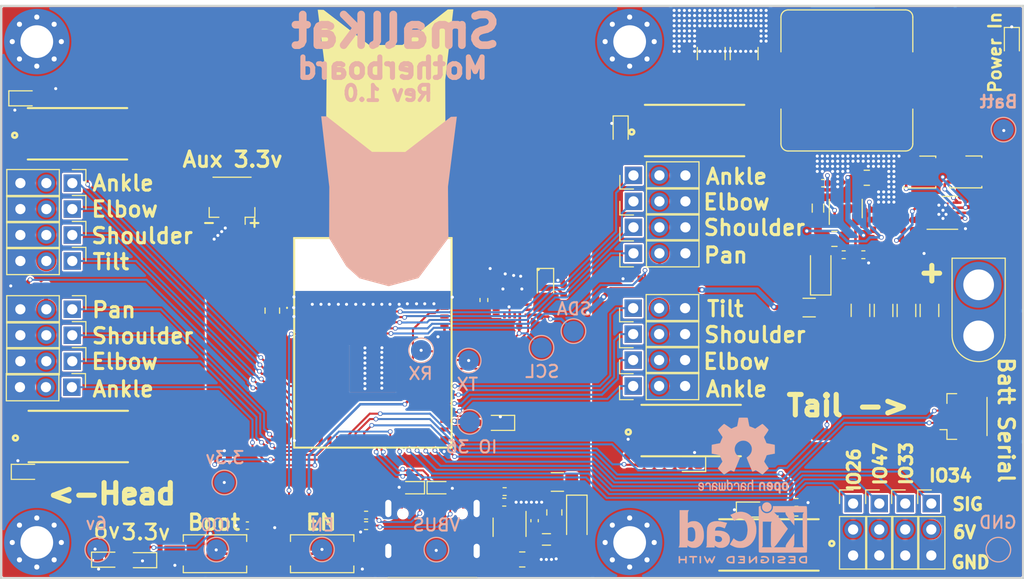
<source format=kicad_pcb>
(kicad_pcb (version 20211014) (generator pcbnew)
  (title_block (title "SmallKate Motherboard ") (date "2023-01-14") (rev "1.0") (company "SmallKat Inc") (comment 1 "This is the first production release version of the smallkat motherboard.") (comment 2 "https://github.com/OperationSmallKat"))
  (layers (0 "F.Cu" power) (31 "B.Cu" power) (34 "B.Paste" user) (35 "F.Paste" user) (36 "B.SilkS" user "B.Silkscreen") (37 "F.SilkS" user "F.Silkscreen") (38 "B.Mask" user) (39 "F.Mask" user) (44 "Edge.Cuts" user))
  (net 0 "")
  (net 1 "GND")
  (net 2 "+BATT")
  (net 3 "+3V3")
  (net 4 "+6V")
  (net 5 "Net-(AC1-Pad4)")
  (net 6 "/MainBoard/ESP32Module/IO0")
  (net 7 "/MainBoard/ESP32Module/EN")
  (net 8 "Net-(D1-Pad2)")
  (net 9 "Net-(D2-Pad2)")
  (net 10 "Net-(D3-Pad2)")
  (net 11 "/MainBoard/ESP32Module/USBD_N")
  (net 12 "/MainBoard/SERVO0")
  (net 13 "/MainBoard/SERVO8")
  (net 14 "/MainBoard/ESP32Module/USBD_P")
  (net 16 "/MainBoard/SCL")
  (net 17 "/MainBoard/SDA")
  (net 18 "/MainBoard/ESP32Module/TXD")
  (net 19 "/MainBoard/ESP32Module/RXD")
  (net 20 "VBUS")
  (net 21 "/MainBoard/Servos/6V1")
  (net 22 "/MainBoard/Servos/6V3")
  (net 23 "/MainBoard/Servos/6V2")
  (net 24 "/MainBoard/Servos/6V4")
  (net 25 "/MainBoard/SERVO7")
  (net 26 "/MainBoard/SERVO15")
  (net 27 "/MainBoard/SERVO14")
  (net 28 "/MainBoard/SERVO13")
  (net 29 "/MainBoard/SERVO12")
  (net 30 "/MainBoard/SERVO11")
  (net 31 "/MainBoard/SERVO10")
  (net 32 "/MainBoard/SERVO9")
  (net 33 "/MainBoard/SERVO1")
  (net 34 "/MainBoard/SERVO2")
  (net 35 "/MainBoard/SERVO3")
  (net 36 "/MainBoard/SERVO4")
  (net 37 "/MainBoard/SERVO5")
  (net 38 "/MainBoard/SERVO6")
  (net 39 "Net-(C12-Pad2)")
  (net 40 "/MainBoard/BATT_VOLTAGE")
  (net 41 "/MainBoard/MEASURED_6V")
  (net 42 "MEASURED_FUSE1")
  (net 43 "MEASURED_FUSE2")
  (net 44 "MEASURED_FUSE3")
  (net 45 "MEASURED_FUSE4")
  (net 46 "Net-(D9-Pad2)")
  (net 47 "/MainBoard/AD_6V")
  (net 48 "/MainBoard/AD_SERVO_1")
  (net 49 "/MainBoard/AD_SERVO_3")
  (net 50 "/MainBoard/AD_SERVO_2")
  (net 51 "/MainBoard/AD_SERVO_4")
  (net 52 "MEASURED_FUSE5")
  (net 53 "Net-(C12-Pad1)")
  (net 54 "Net-(AC1-Pad9)")
  (net 55 "Net-(AC1-Pad26)")
  (net 56 "Net-(C24-Pad2)")
  (net 57 "Net-(C25-Pad2)")
  (net 58 "Net-(C25-Pad1)")
  (net 59 "Net-(C26-Pad2)")
  (net 60 "Net-(C28-Pad1)")
  (net 61 "Net-(C29-Pad2)")
  (net 62 "Net-(C29-Pad1)")
  (net 63 "Net-(D6-Pad2)")
  (net 64 "Net-(D10-Pad2)")
  (net 65 "Net-(D11-Pad2)")
  (net 66 "Net-(D12-Pad2)")
  (net 67 "Net-(D13-Pad2)")
  (net 68 "Net-(IC3-Pad10)")
  (net 69 "Net-(IC3-Pad7)")
  (net 70 "Net-(IC3-Pad5)")
  (net 71 "Net-(C3-Pad2)")
  (net 72 "Net-(C3-Pad1)")
  (net 73 "Net-(C4-Pad1)")
  (net 74 "Net-(C6-Pad1)")
  (net 75 "Net-(D4-Pad2)")
  (net 76 "Net-(D5-Pad2)")
  (net 77 "Net-(IC1-Pad3)")
  (net 78 "Net-(IC2-Pad3)")
  (net 79 "Net-(J8-PadA5)")
  (net 81 "Net-(J8-PadB5)")
  (net 84 "Net-(AC1-Pad27)")
  (net 87 "/MainBoard/IMU/RESET")
  (net 90 "/MainBoard/IMU/INT")
  (net 98 "/MainBoard/BATT_SERIAL_TX")
  (net 99 "/MainBoard/BATT_SERIAL_RX")
  (net 100 "/MainBoard/ESP32Module/IO45")
  (net 101 "/MainBoard/ESP32Module/IO46")
  (net 102 "/MainBoard/ESP32Module/IO36")
  (footprint "Capacitor_SMD:C_0402_1005Metric" (layer "F.Cu") (at 115.36 108.445 -90)
    (fp_text reference "C14" hide)
    (fp_text value "0.1uF" hide)
  )
  (footprint "Capacitor_SMD:C_0402_1005Metric" (layer "F.Cu") (at 123.19 107.73 90)
    (fp_text reference "C15" hide)
    (fp_text value "10pF" hide)
  )
  (footprint "Capacitor_SMD:C_0402_1005Metric" (layer "F.Cu") (at 123.19 109.595 -90)
    (fp_text reference "C16" hide)
    (fp_text value "10pF" hide)
  )
  (footprint "Capacitor_SMD:C_0402_1005Metric" (layer "F.Cu") (at 158.45 104.815 -90)
    (fp_text reference "C27" hide)
    (fp_text value "1uF" hide)
  )
  (footprint "Capacitor_SMD:C_0402_1005Metric" (layer "F.Cu") (at 162.355 104.35)
    (fp_text reference "C28" hide)
    (fp_text value "4.7uF" hide)
  )
  (footprint "Capacitor_SMD:C_0402_1005Metric" (layer "F.Cu") (at 163.18 101.90028 -90)
    (fp_text reference "C29" hide)
    (fp_text value "470nF" hide)
  )
  (footprint "Capacitor_SMD:C_1210_3225Metric" (layer "F.Cu") (at 137.6316 86.4676 90)
    (fp_text reference "C33" hide)
    (fp_text value "100uF" hide)
  )
  (footprint "Capacitor_SMD:C_1210_3225Metric" (layer "F.Cu") (at 140.85 86.47 90)
    (fp_text reference "C35" hide)
    (fp_text value "100uF" hide)
  )
  (footprint "Capacitor_SMD:C_0805_2012Metric" (layer "F.Cu") (at 94.69 111.6175 90)
    (fp_text reference "C17" hide)
    (fp_text value "22uF" hide)
  )
  (footprint "Capacitor_SMD:C_0402_1005Metric" (layer "F.Cu") (at 93.21 111.97 90)
    (fp_text reference "C18" hide)
    (fp_text value "0.1uF" hide)
  )
  (footprint "Capacitor_SMD:C_0402_1005Metric" (layer "F.Cu") (at 95.994161 131.815 180)
    (fp_text reference "C22" hide)
    (fp_text value "0.1uF" hide)
  )
  (footprint "Capacitor_SMD:C_0402_1005Metric" (layer "F.Cu") (at 96.004161 132.81 180)
    (fp_text reference "C23" hide)
    (fp_text value "0.1uF" hide)
  )
  (footprint "Capacitor_SMD:C_0402_1005Metric" (layer "F.Cu") (at 135.213513 86.56 90)
    (fp_text reference "C36" hide)
    (fp_text value "1uF" hide)
  )
  (footprint "LED_SMD:LED_0603_1608Metric" (layer "F.Cu") (at 116.9125 122.6 180)
    (fp_text reference "D1" hide)
    (fp_text value "LED" hide)
  )
  (footprint "LED_SMD:LED_0603_1608Metric" (layer "F.Cu") (at 167.04 85.4025 -90)
    (fp_text reference "D2" hide)
    (fp_text value "LED" hide)
  )
  (footprint "LED_SMD:LED_0603_1608Metric" (layer "F.Cu") (at 81.893308 136.03 180)
    (fp_text reference "D6" hide)
    (fp_text value "LED" hide)
  )
  (footprint "LED_SMD:LED_0603_1608Metric" (layer "F.Cu") (at 78.489378 135.98)
    (fp_text reference "D13" hide)
    (fp_text value "LED" hide)
  )
  (footprint "Diode_SMD:D_SOD-523" (layer "F.Cu") (at 108.4288 128.94 180)
    (fp_text reference "D7" hide)
    (fp_text value "D_TVS" hide)
  )
  (footprint "LED_SMD:LED_0603_1608Metric" (layer "F.Cu") (at 70.4 90.85)
    (fp_text reference "D9" hide)
    (fp_text value "LED" hide)
  )
  (footprint "LED_SMD:LED_0603_1608Metric" (layer "F.Cu") (at 70.64 127.39)
    (fp_text reference "D10" hide)
    (fp_text value "LED" hide)
  )
  (footprint "01550900M:0154.250DR" (layer "F.Cu") (at 75.6312 94.316)
    (fp_text reference "F2" hide)
    (fp_text value "Fuse" hide)
  )
  (footprint "01550900M:0154.250DR" (layer "F.Cu") (at 75.7074 123.9324)
    (fp_text reference "F3" hide)
    (fp_text value "Fuse" hide)
  )
  (footprint "MountingHole:MountingHole_3.2mm_M3_Pad_Via" (layer "F.Cu") (at 71.65 134.3)
    (fp_text reference "H1" hide)
    (fp_text value "MountingHole_Pad" hide)
  )
  (footprint "MountingHole:MountingHole_3.2mm_M3_Pad_Via" (layer "F.Cu") (at 129.65 134.3)
    (fp_text reference "H2" hide)
    (fp_text value "MountingHole_Pad" hide)
  )
  (footprint "MountingHole:MountingHole_3.2mm_M3_Pad_Via" (layer "F.Cu") (at 129.65 85.3)
    (fp_text reference "H3" hide)
    (fp_text value "MountingHole_Pad" hide)
  )
  (footprint "MountingHole:MountingHole_3.2mm_M3_Pad_Via" (layer "F.Cu") (at 71.65 85.3)
    (fp_text reference "H4" hide)
    (fp_text value "MountingHole_Pad" hide)
  )
  (footprint "Package_SON:VSON-10-1EP_3x3mm_P0.5mm_EP1.2x2mm" (layer "F.Cu") (at 160.243766 102.05)
    (fp_text reference "IC3" hide)
    (fp_text value "TPS40192DRCT-TPS40192DRCT" hide)
  )
  (footprint "Connector_PinHeader_2.54mm:PinHeader_1x03_P2.54mm_Vertical" (layer "F.Cu") (at 75.1227 104.222 -90)
    (fp_text reference "J13" hide)
    (fp_text value "Conn_01x03_Male" hide)
  )
  (footprint "Connector_PinHeader_2.54mm:PinHeader_1x03_P2.54mm_Vertical" (layer "F.Cu") (at 75.1227 106.762 -90)
    (fp_text reference "J15" hide)
    (fp_text value "Conn_01x03_Male" hide)
  )
  (footprint "Connector_PinHeader_2.54mm:PinHeader_1x03_P2.54mm_Vertical" (layer "F.Cu") (at 75.1214 111.4864 -90)
    (fp_text reference "J17" hide)
    (fp_text value "Conn_01x03_Male" hide)
  )
  (footprint "Connector_PinHeader_2.54mm:PinHeader_1x03_P2.54mm_Vertical" (layer "F.Cu") (at 75.1214 114.0264 -90)
    (fp_text reference "J19" hide)
    (fp_text value "Conn_01x03_Male" hide)
  )
  (footprint "Connector_PinHeader_2.54mm:PinHeader_1x03_P2.54mm_Vertical" (layer "F.Cu") (at 75.1214 116.5664 -90)
    (fp_text reference "J21" hide)
    (fp_text value "Conn_01x03_Male" hide)
  )
  (footprint "Connector_PinHeader_2.54mm:PinHeader_1x03_P2.54mm_Vertical" (layer "F.Cu") (at 75.0814 119.1064 -90)
    (fp_text reference "J23" hide)
    (fp_text value "Conn_01x03_Male" hide)
  )
  (footprint "C167321:C167321" (layer "F.Cu") (at 110.358846 133.05)
    (fp_text reference "J8" hide)
    (fp_text value "USB_C_Receptacle" hide)
  )
  (footprint "2450AT43F0100:DFN-8" (layer "F.Cu") (at 162.541287 98.05)
    (fp_text reference "Q2" hide)
    (fp_text value "AON7262E" hide)
  )
  (footprint "2450AT43F0100:DFN-8" (layer "F.Cu") (at 158.033766 98.06)
    (fp_text reference "Q3" hide)
    (fp_text value "AON7262E" hide)
  )
  (footprint "Resistor_SMD:R_0402_1005Metric" (layer "F.Cu") (at 114.4125 122.6)
    (fp_text reference "R1" hide)
    (fp_text value "330R" hide)
  )
  (footprint "Resistor_SMD:R_0402_1005Metric" (layer "F.Cu") (at 118.365 113.14 180)
    (fp_text reference "R19" hide)
    (fp_text value "10K" hide)
  )
  (footprint "Resistor_SMD:R_0402_1005Metric" (layer "F.Cu") (at 120.88 112.685 -90)
    (fp_text reference "R20" hide)
    (fp_text value "10K" hide)
  )
  (footprint "Resistor_SMD:R_0402_1005Metric" (layer "F.Cu") (at 167 87.83 90)
    (fp_text reference "R6" hide)
    (fp_text value "120K" hide)
  )
  (footprint "Resistor_SMD:R_0402_1005Metric" (layer "F.Cu") (at 118.045 106.41 180)
    (fp_text reference "R17" hide)
    (fp_text value "10K" hide)
  )
  (footprint "Resistor_SMD:R_0402_1005Metric" (layer "F.Cu") (at 160.393766 104.35 180)
    (fp_text reference "R41" hide)
    (fp_text value "100k" hide)
  )
  (footprint "Resistor_SMD:R_0402_1005Metric" (layer "F.Cu") (at 164.188527 101.9 -90)
    (fp_text reference "R42" hide)
    (fp_text value "100k" hide)
  )
  (footprint "Resistor_SMD:R_0402_1005Metric" (layer "F.Cu") (at 78.709378 134.69)
    (fp_text reference "R43" hide)
    (fp_text value "1K" hide)
  )
  (footprint "Resistor_SMD:R_0402_1005Metric" (layer "F.Cu") (at 97.454161 132.34 90)
    (fp_text reference "R23" hide)
    (fp_text value "10K" hide)
  )
  (footprint "Resistor_SMD:R_0402_1005Metric" (layer "F.Cu") (at 72.865 90.85 180)
    (fp_text reference "R26" hide)
    (fp_text value "20K" hide)
  )
  (footprint "Resistor_SMD:R_0402_1005Metric" (layer "F.Cu") (at 73.115 127.13 180)
    (fp_text reference "R29" hide)
    (fp_text value "20K" hide)
  )
  (footprint "Button_Switch_SMD:SW_SPST_EVQPE1" (layer "F.Cu") (at 89.082165 135.4)
    (fp_text reference "SW1" hide)
    (fp_text value "SW_SPST" hide)
  )
  (footprint "Button_Switch_SMD:SW_SPST_EVQPE1" (layer "F.Cu") (at 99.567098 135.4 180)
    (fp_text reference "SW2" hide)
    (fp_text value "SW_SPST" hide)
  )
  (footprint "Crystal:Crystal_SMD_2012-2Pin_2.0x1.2mm" (layer "F.Cu") (at 121.412 108.69 -90)
    (fp_text reference "Y1" hide)
    (fp_text value "32.768kHz" hide)
  )
  (footprint "Connector_PinHeader_2.54mm:PinHeader_1x03_P2.54mm_Vertical" (layer "F.Cu") (at 75.125 101.682 -90)
    (fp_text reference "J11" hide)
    (fp_text value "Conn_01x03_Male" hide)
  )
  (footprint "Resistor_SMD:R_0402_1005Metric" (layer "F.Cu") (at 150.24338 111.530806 -90)
    (fp_text reference "R2" hide)
    (fp_text value "10K" hide)
  )
  (footprint "Resistor_SMD:R_0402_1005Metric" (layer "F.Cu") (at 150.25 113.5 -90)
    (fp_text reference "R3" hide)
    (fp_text value "2.18K" hide)
  )
  (footprint "Resistor_SMD:R_0402_1005Metric" (layer "F.Cu") (at 88.08 125.92)
    (fp_text reference "R4" hide)
    (fp_text value "10K" hide)
  )
  (footprint "Resistor_SMD:R_0402_1005Metric" (layer "F.Cu") (at 89.95 125.91)
    (fp_text reference "R5" hide)
    (fp_text value "8.2K" hide)
  )
  (footprint "Resistor_SMD:R_0402_1005Metric" (layer "F.Cu") (at 74.775 90.86)
    (fp_text reference "R24" hide)
    (fp_text value "10K" hide)
  )
  (footprint "Resistor_SMD:R_0402_1005Metric" (layer "F.Cu") (at 74.775 89.93 180)
    (fp_text reference "R25" hide)
    (fp_text value "8.2K" hide)
  )
  (footprint "Resistor_SMD:R_0402_1005Metric" (layer "F.Cu") (at 72.074 109.2 180)
    (fp_text reference "R27" hide)
    (fp_text value "10K" hide)
  )
  (footprint "Resistor_SMD:R_0402_1005Metric" (layer "F.Cu") (at 70.215 109.2 180)
    (fp_text reference "R28" hide)
    (fp_text value "8.2K" hide)
  )
  (footprint "Connector_PinHeader_2.54mm:PinHeader_1x03_P2.54mm_Vertical" (layer "F.Cu") (at 75.125 99.142 -90)
    (fp_text reference "J9" hide)
    (fp_text value "Conn_01x03_Male" hide)
  )
  (footprint "Diode_SMD:D_SOD-523" (layer "F.Cu") (at 110.98 128.94)
    (fp_text reference "D8" hide)
    (fp_text value "D_TVS" hide)
  )
  (footprint "Resistor_SMD:R_0402_1005Metric" (layer "F.Cu") (at 156.865 104.76 180)
    (fp_text reference "R39" hide)
    (fp_text value "4.22k" hide)
  )
  (footprint "Resistor_SMD:R_0402_1005Metric" (layer "F.Cu") (at 155.9 103.76 180)
    (fp_text reference "R38" hide)
    (fp_text value "2.61k" hide)
  )
  (footprint "Capacitor_SMD:C_0402_1005Metric" (layer "F.Cu") (at 155.908766 102.7575 180)
    (fp_text reference "C25" hide)
    (fp_text value "100pF" hide)
  )
  (footprint "Capacitor_SMD:C_0402_1005Metric" (layer "F.Cu") (at 153.955 103.71)
    (fp_text reference "C24" hide)
    (fp_text value "1000pF" hide)
  )
  (footprint "Resistor_SMD:R_0402_1005Metric" (layer "F.Cu") (at 155.908486 101.76 180)
    (fp_text reference "R40" hide)
    (fp_text value "12k" hide)
  )
  (footprint "Resistor_SMD:R_0402_1005Metric" (layer "F.Cu") (at 154.45 102.235 90)
    (fp_text reference "R36" hide)
    (fp_text value "2.18k" hide)
  )
  (footprint "Resistor_SMD:R_0402_1005Metric" (layer "F.Cu") (at 153.44 102.235 -90)
    (fp_text reference "R37" hide)
    (fp_text value "20k" hide)
  )
  (footprint "Resistor_SMD:R_0402_1005Metric" (layer "F.Cu") (at 82.003308 134.74 180)
    (fp_text reference "R16" hide)
    (fp_text value "330R" hide)
  )
  (footprint "Inductor_SMD:L_Bourns_SRP1245A" (layer "F.Cu") (at 150.9 89.1 180)
    (fp_text reference "L3" hide)
    (fp_text value "1uH" hide)
  )
  (footprint "Resistor_SMD:R_0402_1005Metric" (layer "F.Cu") (at 131.07 126.62 180)
    (fp_text reference "R30" hide)
    (fp_text value "10K" hide)
  )
  (footprint "Resistor_SMD:R_0402_1005Metric" (layer "F.Cu") (at 133.0464 126.6232)
    (fp_text reference "R32" hide)
    (fp_text value "20K" hide)
  )
  (footprint "Resistor_SMD:R_0402_1005Metric" (layer "F.Cu") (at 130.225 108.49 180)
    (fp_text reference "R34" hide)
    (fp_text value "8.2K" hide)
  )
  (footprint "Connector_PinHeader_2.54mm:PinHeader_1x03_P2.54mm_Vertical" (layer "F.Cu") (at 130.0228 106.0088 90)
    (fp_text reference "J18" hide)
    (fp_text value "Conn_01x03_Male" hide)
  )
  (footprint "Connector_PinHeader_2.54mm:PinHeader_1x03_P2.54mm_Vertical" (layer "F.Cu") (at 130.0228 98.3888 90)
    (fp_text reference "J24" hide)
    (fp_text value "Conn_01x03_Male" hide)
  )
  (footprint "Resistor_SMD:R_0402_1005Metric" (layer "F.Cu") (at 132.09 108.49 180)
    (fp_text reference "R33" hide)
    (fp_text value "10K" hide)
  )
  (footprint "LED_SMD:LED_0603_1608Metric" (layer "F.Cu") (at 135.5975 126.62 180)
    (fp_text reference "D11" hide)
    (fp_text value "LED" hide)
  )
  (footprint "Connector_PinHeader_2.54mm:PinHeader_1x03_P2.54mm_Vertical" (layer "F.Cu") (at 129.9936 118.9948 90)
    (fp_text reference "J10" hide)
    (fp_text value "Conn_01x03_Male" hide)
  )
  (footprint "Connector_PinHeader_2.54mm:PinHeader_1x03_P2.54mm_Vertical" (layer "F.Cu") (at 129.9936 111.3748 90)
    (fp_text reference "J16" hide)
    (fp_text value "Conn_01x03_Male" hide)
  )
  (footprint "01550900M:0154.250DR" (layer "F.Cu") (at 135.665 123.35)
    (fp_text reference "F4" hide)
    (fp_text value "Fuse" hide)
  )
  (footprint "01550900M:0154.250DR" (layer "F.Cu") (at 136 94)
    (fp_text reference "F5" hide)
    (fp_text value "Fuse" hide)
  )
  (footprint "Connector_PinHeader_2.54mm:PinHeader_1x03_P2.54mm_Vertical" (layer "F.Cu") (at 129.9936 116.4548 90)
    (fp_text reference "J12" hide)
    (fp_text value "Conn_01x03_Male" hide)
  )
  (footprint "Connector_PinHeader_2.54mm:PinHeader_1x03_P2.54mm_Vertical" (layer "F.Cu") (at 129.9936 113.9148 90)
    (fp_text reference "J14" hide)
    (fp_text value "Conn_01x03_Male" hide)
  )
  (footprint "Resistor_SMD:R_0402_1005Metric" (layer "F.Cu") (at 129.43 125.385 90)
    (fp_text reference "R31" hide)
    (fp_text value "8.2K" hide)
  )
  (footprint "Connector_PinHeader_2.54mm:PinHeader_1x03_P2.54mm_Vertical" (layer "F.Cu") (at 130.0228 103.4688 90)
    (fp_text reference "J20" hide)
    (fp_text value "Conn_01x03_Male" hide)
  )
  (footprint "Connector_PinHeader_2.54mm:PinHeader_1x03_P2.54mm_Vertical" (layer "F.Cu") (at 130.0228 100.9288 90)
    (fp_text reference "J22" hide)
    (fp_text value "Conn_01x03_Male" hide)
  )
  (footprint "Capacitor_SMD:C_0402_1005Metric" (layer "F.Cu") (at 157.38 103.235 -90)
    (fp_text reference "C26" hide)
    (fp_text value "10nF" hide)
  )
  (footprint "Capacitor_SMD:C_1206_3216Metric" (layer "F.Cu") (at 156.72914 111.60208 -90)
    (fp_text reference "C30" hide)
    (fp_text value "10uF" hide)
  )
  (footprint "Capacitor_SMD:C_1206_3216Metric" (layer "F.Cu") (at 158.98 111.6 -90)
    (fp_text reference "C31" hide)
    (fp_text value "47uF" hide)
  )
  (footprint "Capacitor_SMD:C_1206_3216Metric" (layer "F.Cu") (at 152.23 111.59 -90)
    (fp_text reference "C34" hide)
    (fp_text value "47uF" hide)
  )
  (footprint "Capacitor_SMD:C_1206_3216Metric" (layer "F.Cu") (at 154.4897 111.6006 -90)
    (fp_text reference "C32" hide)
    (fp_text value "10uF" hide)
  )
  (footprint "LED_SMD:LED_0603_1608Metric" (layer "F.Cu") (at 141.57313 131.08)
    (fp_text reference "D3" hide)
    (fp_text value "LED" hide)
  )
  (footprint "01550900M:0154.250DR" (layer "F.Cu") (at 143.275 134.54 180)
    (fp_text reference "F1" hide)
    (fp_text value "Fuse" hide)
  )
  (footprint "Connector_PinHeader_2.54mm:PinHeader_1x03_P2.54mm_Vertical" (layer "F.Cu") (at 151.51 130.49)
    (fp_text reference "J3" hide)
    (fp_text value "Conn_01x03_Male" hide)
  )
  (footprint "Connector_PinHeader_2.54mm:PinHeader_1x03_P2.54mm_Vertical" (layer "F.Cu") (at 156.61 130.49)
    (fp_text reference "J4" hide)
    (fp_text value "Conn_01x03_Male" hide)
  )
  (footprint "Connector_PinHeader_2.54mm:PinHeader_1x03_P2.54mm_Vertical" (layer "F.Cu") (at 154.07 130.49)
    (fp_text reference "J5" hide)
    (fp_text value "Conn_01x03_Male" hide)
  )
  (footprint "Connector_PinHeader_2.54mm:PinHeader_1x03_P2.54mm_Vertical" (layer "F.Cu") (at 159.16 130.49)
    (fp_text reference "J6" hide)
    (fp_text value "Conn_01x03_Male" hide)
  )
  (footprint "Resistor_SMD:R_0402_1005Metric" (layer "F.Cu") (at 145.96063 131.33 180)
    (fp_text reference "R7" hide)
    (fp_text value "10K" hide)
  )
  (footprint "Resistor_SMD:R_0402_1005Metric" (layer "F.Cu") (at 145.96063 130.38)
    (fp_text reference "R8" hide)
    (fp_text value "8.2K" hide)
  )
  (footprint "Resistor_SMD:R_0402_1005Metric" (layer "F.Cu") (at 144.02063 131.33 180)
    (fp_text reference "R9" hide)
    (fp_text value "20K" hide)
  )
  (footprint "RC-Battery-Connectors:XT-60_male" (layer "F.Cu") (at 163.79 111.59 -90)
    (fp_text reference "J25" hide)
    (fp_text value "Conn_01x02_Female" hide)
  )
  (footprint "Capacitor_SMD:C_0402_1005Metric" (layer "F.Cu") (at 120.35 132.17 90)
    (fp_text reference "C3" hide)
    (fp_text value "0.1uF" hide)
  )
  (footprint "Capacitor_SMD:C_0805_2012Metric" (layer "F.Cu") (at 119.14 135.96)
    (fp_text reference "C5" hide)
    (fp_text value "2.2uF" hide)
  )
  (footprint "Capacitor_SMD:C_0805_2012Metric" (layer "F.Cu") (at 122.28 131.36 90)
    (fp_text reference "C6" hide)
    (fp_text value "10uF" hide)
  )
  (footprint "Diode_SMD:D_SOD-123F" (layer "F.Cu") (at 124.48 131.87 -90)
    (fp_text reference "D5" hide)
    (fp_text value "DIODE" hide)
  )
  (footprint "Fuse:Fuse_1206_3216Metric" (layer "F.Cu") (at 122.58 128.38)
    (fp_text reference "F7" hide)
    (fp_text value "Fuse" hide)
  )
  (footprint "Package_TO_SOT_SMD:SOT-23-6" (layer "F.Cu") (at 117.9 132.81 -90)
    (fp_text reference "IC2" hide)
    (fp_text value "LMR14010A" hide)
  )
  (footprint "Inductor_SMD:L_0805_2012Metric" (layer "F.Cu") (at 121.5075 134)
    (fp_text reference "L2" hide)
    (fp_text value "10uH" hide)
  )
  (footprint "Resistor_SMD:R_0402_1005Metric" (layer "F.Cu") (at 117.42 129.32 180)
    (fp_text reference "R11" hide)
    (fp_text value "33.2K" hide)
  )
  (footprint "Resistor_SMD:R_0402_1005Metric" (layer "F.Cu") (at 117.38 130.36 180)
    (fp_text reference "R13" hide)
    (fp_text value "10K" hide)
  )
  (footprint "Capacitor_SMD:C_0805_2012Metric" (layer "F.Cu") (at 152.85 98.62)
    (fp_text reference "C2" hide)
    (fp_text value "2.2uF" hide)
  )
  (footprint "Connector_Molex:Molex_PicoBlade_53398-0271_1x02-1MP_P1.25mm_Vertical" (layer "F.Cu") (at 161.9 121.975 90)
    (fp_text reference "J1" hide)
    (fp_text value "BATT_SERIAL" hide)
  )
  (footprint "Diode_SMD:D_SOD-123F" (layer "F.Cu") (at 148.34 107.89 90)
    (fp_text reference "D4" hide)
    (fp_text value "DIODE" hide)
  )
  (footprint "Capacitor_SMD:C_0805_2012Metric" (layer "F.Cu") (at 149.68 104.6)
    (fp_text reference "C4" hide)
    (fp_text value "10uF" hide)
  )
  (footprint "Resistor_SMD:R_0402_1005Metric" (layer "F.Cu") (at 152.51 106.15 180)
    (fp_text reference "R10" hide)
    (fp_text value "10K" hide)
  )
  (footprint "Fuse:Fuse_1206_3216Metric" (layer "F.Cu") (at 147.21 111.32)
    (fp_text reference "F6" hide)
    (fp_text value "Fuse" hide)
  )
  (footprint "Inductor_SMD:L_0805_2012Metric" (layer "F.Cu") (at 148.07 101.5875 -90)
    (fp_text reference "L1" hide)
    (fp_text value "10uH" hide)
  )
  (footprint "Resistor_SMD:R_0402_1005Metric" (layer "F.Cu") (at 150.59 106.15)
    (fp_text reference "R12" hide)
    (fp_text value "33.2K" hide)
  )
  (footprint "Package_TO_SOT_SMD:SOT-23-6" (layer "F.Cu") (at 150.79 101.63 90)
    (fp_text reference "IC1" hide)
    (fp_text value "LMR14010A" hide)
  )
  (footprint "Capacitor_SMD:C_0402_1005Metric" (layer "F.Cu") (at 148.54 99.15)
    (fp_text reference "C12" hide)
    (fp_text value "0.1uF" hide)
  )
  (footprint "LED_SMD:LED_0603_1608Metric" (layer "F.Cu") (at 128.7668 94.0579 -90)
    (fp_text reference "D12" hide)
    (fp_text value "LED" hide)
  )
  (footprint "Resistor_SMD:R_0402_1005Metric" (layer "F.Cu") (at 130.0368 94.3602 -90)
    (fp_text reference "R35" hide)
    (fp_text value "20K" hide)
  )
  (footprint "Connector_Molex:Molex_PicoBlade_53398-0271_1x02-1MP_P1.25mm_Vertical" (layer "F.Cu") (at 90.75 101.275 180)
    (fp_text reference "J2" hide)
    (fp_text value "BATT_SERIAL" hide)
  )
  (footprint "Capacitor_SMD:C_0402_1005Metric" (layer "F.Cu") (at 92.25 132.65 180)
    (fp_text reference "C1" hide)
    (fp_text value "0.1uF" hide)
  )
  (footprint "Resistor_SMD:R_0402_1005Metric" (layer "F.Cu") (at 103.865 131.625)
    (fp_text reference "R14" hide)
    (fp_text value "5.1K" hide)
  )
  (footprint "ESP32-s3-wroom-mini:ESP32S3MINI1N8" (layer "F.Cu") (at 104.53 114.77)
    (fp_text reference "IC4" hide)
    (fp_text value "ESP32-S3-MINI-1-N8" hide)
  )
  (footprint "Smallkat_Logo:logo" (layer "F.Cu") (at 105.7 90.8)
    (fp_text reference "G***" hide)
    (fp_text value "LOGO" hide)
  )
  (footprint "BNO085:BNO085" (layer "F.Cu") (at 118.15 109.78)
    (fp_text reference "AC1" hide)
    (fp_text value "BNO055" hide)
  )
  (footprint "Resistor_SMD:R_0402_1005Metric" (layer "F.Cu") (at 115.39 110.58 90)
    (fp_text reference "R15" hide)
    (fp_text value "10K" hide)
  )
  (footprint "Resistor_SMD:R_0402_1005Metric" (layer "F.Cu") (at 103.865 132.65)
    (fp_text reference "R18" hide)
    (fp_text value "5.1K" hide)
  )
  (footprint "TestPoint:TestPoint_Pad_D2.0mm" (layer "B.Cu") (at 77.57 135 180)
    (fp_text reference "TP11" hide)
    (fp_text value "6V" hide)
  )
  (footprint "TestPoint:TestPoint_Pad_D2.0mm" (layer "B.Cu") (at 166.22 93.91)
    (fp_text reference "TP9" hide)
    (fp_text value "Batt+" hide)
  )
  (footprint "TestPoint:TestPoint_Pad_D2.0mm" (layer "B.Cu") (at 165.72 135 180)
    (fp_text reference "TP10" hide)
    (fp_text value "GND" hide)
  )
  (footprint "TestPoint:TestPoint_Pad_D2.0mm" (layer "B.Cu") (at 124.15 113.625 180)
    (fp_text reference "TP2" hide)
    (fp_text value "SDA" hide)
  )
  (footprint "TestPoint:TestPoint_Pad_D2.0mm" (layer "B.Cu") (at 90 128.43 180)
    (fp_text reference "TP4" hide)
    (fp_text value "3.3v" hide)
  )
  (footprint "TestPoint:TestPoint_Pad_D2.0mm" (layer "B.Cu") (at 114 122.5)
    (fp_text reference "TP1" hide)
    (fp_text value "Check for life" hide)
  )
  (footprint "Symbol:KiCad-Logo2_5mm_SilkScreen" (layer "B.Cu") (at 140.725 133.35 180)
    (fp_text reference "REF**" hide)
    (fp_text value "KiCad-Logo2_5mm_SilkScreen" hide)
  )
  (footprint "TestPoint:TestPoint_Pad_D2.0mm" (layer "B.Cu") (at 121.025 115.25 180)
    (fp_text reference "TP3" hide)
    (fp_text value "SCL" hide)
  )
  (footprint "TestPoint:TestPoint_Pad_D2.0mm" (layer "B.Cu") (at 109.25 115.5 180)
    (fp_text reference "TP6" hide)
    (fp_text value "TestPoint" hide)
  )
  (footprint "Symbol:OSHW-Logo2_9.8x8mm_SilkScreen" (layer "B.Cu") (at 140.764 125.802 180)
    (fp_text reference "REF**" hide)
    (fp_text value "OSHW-Logo2_9.8x8mm_SilkScreen" hide)
  )
  (footprint "TestPoint:TestPoint_Pad_D2.0mm" (layer "B.Cu") (at 99.547098 134.98 180)
    (fp_text reference "TP14" hide)
    (fp_text value "TestPoint" hide)
  )
  (footprint "Smallkat_Logo:logo" (layer "B.Cu") (at 106.172 101.261702 180)
    (fp_text reference "G***" hide)
    (fp_text value "LOGO" hide)
  )
  (footprint "TestPoint:TestPoint_Pad_D2.0mm" (layer "B.Cu") (at 89.22304 134.995128 180)
    (fp_text reference "TP15" hide)
    (fp_text value "TestPoint" hide)
  )
  (footprint "TestPoint:TestPoint_Pad_D2.0mm" (layer "B.Cu") (at 113.9 116.5 180)
    (fp_text reference "TP5" hide)
    (fp_text value "TestPoint" hide)
  )
  (footprint "TestPoint:TestPoint_Pad_D2.0mm" (layer "B.Cu") (at 110.744 135 180)
    (fp_text reference "TP7" hide)
    (fp_text value "TestPoint" hide)
  )
  (gr_line (start 68.15 137.8) (end 68.15 81.8) (layer "Edge.Cuts") (width 0.2))
  (gr_line (start 68.15 81.8) (end 168.15 81.8) (layer "Edge.Cuts") (width 0.2))
  (gr_line (start 168.15 137.8) (end 168.15 81.8) (layer "Edge.Cuts") (width 0.2))
  (gr_line (start 168.15 137.8) (end 68.15 137.8) (layer "Edge.Cuts") (width 0.2))
  (gr_text "6v\n" (at 77.47 132.44) (layer "B.SilkS") (effects (font (size 1.2 1.2) (thickness 0.2)) (justify mirror)))
  (gr_text "GND" (at 165.67 132.334) (layer "B.SilkS") (effects (font (size 1.2 1.2) (thickness 0.2)) (justify mirror)))
  (gr_text "RX" (at 109.2 117.775) (layer "B.SilkS") (effects (font (size 1.2 1.2) (thickness 0.2)) (justify mirror)))
  (gr_text "TX" (at 113.775 118.825) (layer "B.SilkS") (effects (font (size 1.2 1.2) (thickness 0.2)) (justify mirror)))
  (gr_text "SCL" (at 121.1 117.575) (layer "B.SilkS") (effects (font (size 1.2 1.2) (thickness 0.2)) (justify mirror)))
  (gr_text "SDA" (at 124.225 111.45) (layer "B.SilkS") (effects (font (size 1.2 1.2) (thickness 0.2)) (justify mirror)))
  (gr_text "IO 36" (at 114.175 124.95) (layer "B.SilkS") (effects (font (size 1.2 1.2) (thickness 0.2)) (justify mirror)))
  (gr_text "Motherboard" (at 106.446913 87.9) (layer "B.SilkS") (effects (font (size 2 2) (thickness 0.5)) (justify mirror)))
  (gr_text "Batt" (at 165.75 91.18) (layer "B.SilkS") (effects (font (size 1.2 1.2) (thickness 0.25)) (justify mirror)))
  (gr_text "IO0" (at 89.120947 132.588) (layer "B.SilkS") (effects (font (size 1.2 1.2)) (justify mirror)))
  (gr_text "EN" (at 99.575619 132.588) (layer "B.SilkS") (effects (font (size 1.2 1.2) (thickness 0.2)) (justify mirror)))
  (gr_text "SmallKat " (at 105.596913 84.3) (layer "B.SilkS") (effects (font (size 3 3) (thickness 0.75)) (justify mirror)))
  (gr_text "VBUS" (at 110.744 132.588) (layer "B.SilkS") (effects (font (size 1.2 1.2) (thickness 0.2)) (justify mirror)))
  (gr_text "Rev 1.0" (at 105.986913 90.35) (layer "B.SilkS") (effects (font (size 1.5 1.5) (thickness 0.375)) (justify mirror)))
  (gr_text "3.3v\n" (at 90.05 126) (layer "B.SilkS") (effects (font (size 1.2 1.2) (thickness 0.2)) (justify mirror)))
  (gr_text "Ankle" (at 80.1 119.3) (layer "F.SilkS") (effects (font (size 1.5 1.5) (thickness 0.3))))
  (gr_text "Ankle" (at 140.1 119.3) (layer "F.SilkS") (effects (font (size 1.5 1.5) (thickness 0.3))))
  (gr_text "Ankle" (at 140.1 98.5) (layer "F.SilkS") (effects (font (size 1.5 1.5) (thickness 0.3))))
  (gr_text "Elbow" (at 140.1 101) (layer "F.SilkS") (effects (font (size 1.5 1.5) (thickness 0.3))))
  (gr_text "Elbow" (at 140.1 116.6) (layer "F.SilkS") (effects (font (size 1.5 1.5) (thickness 0.3))))
  (gr_text "Elbow" (at 80.25 116.6) (layer "F.SilkS") (effects (font (size 1.5 1.5) (thickness 0.3))))
  (gr_text "Elbow" (at 80.25 101.7) (layer "F.SilkS") (effects (font (size 1.5 1.5) (thickness 0.3))))
  (gr_text "Shoulder" (at 81.95 104.3) (layer "F.SilkS") (effects (font (size 1.5 1.5) (thickness 0.3))))
  (gr_text "Shoulder" (at 82 114.1) (layer "F.SilkS") (effects (font (size 1.5 1.5) (thickness 0.3))))
  (gr_text "Shoulder" (at 141.85 103.5) (layer "F.SilkS") (effects (font (size 1.5 1.5) (thickness 0.3))))
  (gr_text "Pan" (at 139.05 106.2) (layer "F.SilkS") (effects (font (size 1.5 1.5) (thickness 0.3))))
  (gr_text "Tilt" (at 139 111.45) (layer "F.SilkS") (effects (font (size 1.5 1.5) (thickness 0.3))))
  (gr_text "Tilt" (at 78.9 106.85) (layer "F.SilkS") (effects (font (size 1.5 1.5) (thickness 0.3))))
  (gr_text "Pan" (at 79.2 111.55) (layer "F.SilkS") (effects (font (size 1.5 1.5) (thickness 0.3))))
  (gr_text "EN" (at 99.463316 132.325) (layer "F.SilkS") (effects (font (size 1.5 1.5) (thickness 0.3))))
  (gr_text "Boot" (at 88.973985 132.334) (layer "F.SilkS") (effects (font (size 1.5 1.5) (thickness 0.3))))
  (gr_text "3.3v" (at 82.324674 133.3) (layer "F.SilkS") (effects (font (size 1.5 1.5) (thickness 0.25))))
  (gr_text "Tail ->" (at 151 120.916164) (layer "F.SilkS") (effects (font (size 2 2) (thickness 0.5))))
  (gr_text "<-Head" (at 78.994 129.54) (layer "F.SilkS") (effects (font (size 2 2) (thickness 0.5))))
  (gr_text "+" (at 159.21 107.82) (layer "F.SilkS") (effects (font (size 2 2) (thickness 0.5))))
  (gr_text "Power In" (at 165.39 86.355 90) (layer "F.SilkS") (effects (font (size 1.2 1.2) (thickness 0.25))))
  (gr_text "GND" (at 163 136.25) (layer "F.SilkS") (effects (font (size 1.2 1.2) (thickness 0.3))))
  (gr_text "IO26" (at 151.6 127.18 90) (layer "F.SilkS") (effects (font (size 1.2 1.2) (thickness 0.3))))
  (gr_text "IO47" (at 154.17 126.6 90) (layer "F.SilkS") (effects (font (size 1.2 1.2) (thickness 0.3))))
  (gr_text "IO33" (at 156.7 126.58 90) (layer "F.SilkS") (effects (font (size 1.2 1.2) (thickness 0.3))))
  (gr_text "IO34" (at 161.036 127.762) (layer "F.SilkS") (effects (font (size 1.2 1.2) (thickness 0.3))))
  (gr_text "Shoulder" (at 141.9 113.98) (layer "F.SilkS") (effects (font (size 1.5 1.5) (thickness 0.3))))
  (gr_text "SIG" (at 162.72 130.56) (layer "F.SilkS") (effects (font (size 1.2 1.2) (thickness 0.3))))
  (gr_text "+" (at 92.95 102.975) (layer "F.SilkS") (effects (font (size 1 1) (thickness 0.2))))
  (gr_text "Batt Serial" (at 166.475 122.325 270) (layer "F.SilkS") (effects (font (size 1.5 1.5) (thickness 0.3))))
  (gr_text "Ankle" (at 80.1 99.15) (layer "F.SilkS") (effects (font (size 1.5 1.5) (thickness 0.3))))
  (gr_text "Aux 3.3v" (at 90.8 96.825) (layer "F.SilkS") (effects (font (size 1.5 1.5) (thickness 0.3))))
  (gr_text "6V" (at 162.41 133.31) (layer "F.SilkS") (effects (font (size 1.2 1.2) (thickness 0.3))))
  (gr_text "6v" (at 78.496744 133.13) (layer "F.SilkS") (effects (font (size 1.5 1.5) (thickness 0.25))))
  (gr_text "-" (at 88.495044 102.975) (layer "F.SilkS") (effects (font (size 1 1) (thickness 0.2))))
  (segment (start 119.04 130.36) (end 119.54 130.36) (width 0.4) (layer "F.Cu") (net 1))
  (segment (start 111.68 128.94) (end 112.24 128.94) (width 0.25) (layer "F.Cu") (net 1))
  (segment (start 93.885 111.485) (end 94.69 110.68) (width 0.4) (layer "F.Cu") (net 1))
  (segment (start 95.509161 132.8) (end 95.519161 132.81) (width 0.25) (layer "F.Cu") (net 1))
  (segment (start 98.58 110.98) (end 98.6 111) (width 0.25) (layer "F.Cu") (net 1))
  (segment (start 101.13 110.98) (end 101.15 111) (width 0.25) (layer "F.Cu") (net 1))
  (segment (start 122.4 135.96) (end 122.46 135.9) (width 0.4) (layer "F.Cu") (net 1))
  (segment (start 101.13 110.295) (end 101.13 110.98) (width 0.25) (layer "F.Cu") (net 1))
  (segment (start 153.025 106.155) (end 153.025 106.95) (width 0.25) (layer "F.Cu") (net 1))
  (segment (start 107.7288 128.94) (end 107.14 128.94) (width 0.25) (layer "F.Cu") (net 1))
  (segment (start 101.98 110.97) (end 101.95 111) (width 0.25) (layer "F.Cu") (net 1))
  (segment (start 117.9 111.3) (end 117.85 111.25) (width 0.1778) (layer "F.Cu") (net 1))
  (segment (start 112.24 128.94) (end 112.3 129) (width 0.25) (layer "F.Cu") (net 1))
  (segment (start 129.74 108.49) (end 129.01 108.49) (width 0.25) (layer "F.Cu") (net 1))
  (segment (start 129.01 108.49) (end 129 108.5) (width 0.25) (layer "F.Cu") (net 1))
  (segment (start 116.587 107.53) (end 116.03 107.53) (width 0.25) (layer "F.Cu") (net 1))
  (segment (start 111.53 113.045) (end 111.53 113.895) (width 0.25) (layer "F.Cu") (net 1))
  (segment (start 103.517035 135.4) (end 103.517035 136.882902) (width 0.1778) (layer "F.Cu") (net 1))
  (segment (start 123.19 108.69) (end 123.19 109.11) (width 0.25) (layer "F.Cu") (net 1))
  (segment (start 90.435 125.91) (end 90 125.475) (width 0.25) (layer "F.Cu") (net 1))
  (segment (start 103.517035 136.882902) (end 103.499937 136.9) (width 0.1778) (layer "F.Cu") (net 1))
  (segment (start 117.6 122.6) (end 117 122) (width 0.4) (layer "F.Cu") (net 1))
  (segment (start 82.058674 136.03) (end 81.988674 136.1) (width 0.25) (layer "F.Cu") (net 1))
  (segment (start 112.295 110.295) (end 112.3 110.3) (width 0.25) (layer "F.Cu") (net 1))
  (segment (start 77.701878 135.98) (end 77.701878 136.892866) (width 0.25) (layer "F.Cu") (net 1))
  (segment (start 69.8525 127.39) (end 69.8525 126.3525) (width 0.25) (layer "F.Cu") (net 1))
  (segment (start 97.53 110.295) (end 96.82 110.295) (width 0.25) (layer "F.Cu") (net 1))
  (segment (start 101.98 110.295) (end 101.98 110.97) (width 0.25) (layer "F.Cu") (net 1))
  (segment (start 118.9 107.467) (end 118.9 108.168186) (width 0.25) (layer "F.Cu") (net 1))
  (segment (start 136.385 126.62) (end 136.385 125.885) (width 0.25) (layer "F.Cu") (net 1))
  (segment (start 109.63 110.9177) (end 109.6 110.9477) (width 0.25) (layer "F.Cu") (net 1))
  (segment (start 115.55 107.5) (end 116 107.5) (width 0.1778) (layer "F.Cu") (net 1))
  (segment (start 99.43 110.295) (end 99.43 110.98) (width 0.25) (layer "F.Cu") (net 1))
  (segment (start 116.03 107.53) (end 116 107.5) (width 0.25) (layer "F.Cu") (net 1))
  (segment (start 118.9 108.168186) (end 118.985486 108.253672) (width 0.25) (layer "F.Cu") (net 1))
  (segment (start 100.28 110.295) (end 100.28 110.97) (width 0.25) (layer "F.Cu") (net 1))
  (segment (start 107.14 128.94) (end 107.1 128.9) (width 0.25) (layer "F.Cu") (net 1))
  (segment (start 150.79 102.73) (end 150.79 104.44) (width 0.75) (layer "F.Cu") (net 1))
  (segment (start 89.7375 103.8875) (end 89.3625 104.2625) (width 0.5) (layer "F.Cu") (net 1))
  (segment (start 103.68 110.295) (end 103.68 110.97) (width 0.25) (layer "F.Cu") (net 1))
  (segment (start 119.54 130.36) (end 120.04 130.36) (width 0.4) (layer "F.Cu") (net 1))
  (segment (start 97.53 124.295) (end 96.8873 124.295) (width 0.25) (layer "F.Cu") (net 1))
  (segment (start 89.3625 104.2625) (end 89 104.625) (width 0.5) (layer "F.Cu") (net 1))
  (segment (start 111.53 110.295) (end 112.295 110.295) (width 0.25) (layer "F.Cu") (net 1))
  (segment (start 140.78563 131.08) (end 139.92 131.08) (width 0.25) (layer "F.Cu") (net 1))
  (segment (start 100.28 110.97) (end 100.25 111) (width 0.25) (layer "F.Cu") (net 1))
  (segment (start 111.53 124.295) (end 111.53 125.37) (width 0.25) (layer "F.Cu") (net 1))
  (segment (start 123.19 108.215) (end 123.19 108.69) (width 0.25) (layer "F.Cu") (net 1))
  (segment (start 108.78 110.9277) (end 108.8 110.9477) (width 0.25) (layer "F.Cu") (net 1))
  (segment (start 73.53 89.93) (end 73.5 89.9) (width 0.25) (layer "F.Cu") (net 1))
  (segment (start 107.08 110.98) (end 107.1 111) (width 0.25) (layer "F.Cu") (net 1))
  (segment (start 107.93 110.9177) (end 107.9 110.9477) (width 0.25) (layer "F.Cu") (net 1))
  (segment (start 102.83 110.295) (end 102.83 110.98) (width 0.25) (layer "F.Cu") (net 1))
  (segment (start 117.89 130.36) (end 117.89 131.7) (width 0.4) (layer "F.Cu") (net 1))
  (segment (start 104.53 110.295) (end 104.53 110.98) (width 0.25) (layer "F.Cu") (net 1))
  (segment (start 107.08 110.295) (end 107.08 110.98) (width 0.25) (layer "F.Cu") (net 1))
  (segment (start 113.558846 130.475) (end 114.178846 130.475) (width 0.4) (layer "F.Cu") (net 1))
  (segment (start 111.53 113.895) (end 111.18 113.895) (width 0.25) (layer "F.Cu") (net 1))
  (segment (start 167.04 83.865) (end 167.025 83.85) (width 0.1778) (layer "F.Cu") (net 1))
  (segment (start 95.519161 132.81) (end 95.479161 132.85) (width 0.25) (layer "F.Cu") (net 1))
  (segment (start 162.84 104.35) (end 162.84 103.94) (width 0.25) (layer "F.Cu") (net 1))
  (segment (start 77.701878 136.892866) (end 77.694744 136.9) (width 0.25) (layer "F.Cu") (net 1))
  (segment (start 95.479161 132.85) (end 94.925 132.85) (width 0.25) (layer "F.Cu") (net 1))
  (segment (start 122.23 130.36) (end 122.28 130.41) (width 0.4) (layer "F.Cu") (net 1))
  (segment (start 108.78 110.295) (end 108.78 110.9277) (width 0.25) (layer "F.Cu") (net 1))
  (segment (start 122.67176 108.69) (end 122.62946 108.6477) (width 0.25) (layer "F.Cu") (net 1))
  (segment (start 155.413486 101.75) (end 155.423486 101.76) (width 0.75) (layer "F.Cu") (net 1))
  (segment (start 90.0875 103.5375) (end 89.7375 103.8875) (width 0.5) (layer "F.Cu") (net 1))
  (segment (start 99.43 110.98) (end 99.45 111) (width 0.25) (layer "F.Cu") (net 1))
  (segment (start 90.125 102.525) (end 90.125 103.5) (width 0.5) (layer "F.Cu") (net 1))
  (segment (start 120.04 130.36) (end 120.54 130.36) (width 0.4) (layer "F.Cu") (net 1))
  (segment (start 128.7668 93.2704) (end 127.9296 93.2704) (width 0.25) (layer "F.Cu") (net 1))
  (segment (start 102.83 110.98) (end 102.85 111) (width 0.25) (layer "F.Cu") (net 1))
  (segment (start 96.795 111.345) (end 96.775 111.325) (width 0.25) (layer "F.Cu") (net 1))
  (segment (start 96.8873 124.295) (end 96.8523 124.33) (width 0.25) (layer "F.Cu") (net 1))
  (segment (start 129.43 124.27) (end 129.5 124.2) (width 0.25) (layer "F.Cu") (net 1))
  (segment (start 82.680808 136.03) (end 82.058674 136.03) (width 0.25) (layer "F.Cu") (net 1))
  (segment (start 115.36 107.69) (end 115.55 107.5) (width 0.1778) (layer "F.Cu") (net 1))
  (segment (start 136.385 125.885) (end 136 125.5) (width 0.25) (layer "F.Cu") (net 1))
  (segment (start 117.9 112.093) (end 117.9 111.3) (width 0.1778) (layer "F.Cu") (net 1))
  (segment (start 115.36 107.96) (end 115.36 107.69) (width 0.1778) (layer "F.Cu") (net 1))
  (segment (start 96.395 110.68) (end 96.8 110.275) (width 0.4) (layer "F.Cu") (net 1))
  (segment (start 90.125 103.5) (end 90.0875 103.5375) (width 0.5) (layer "F.Cu") (net 1))
  (segment (start 123.19 108.69) (end 122.67176 108.69) (width 0.25) (layer "F.Cu") (net 1))
  (segment (start 74.29 89.93) (end 73.53 89.93) (width 0.25) (layer "F.Cu") (net 1))
  (segment (start 85.15 135.41784) (end 85.15 136.525) (width 0.25) (layer "F.Cu") (net 1))
  (segment (start 97.53 112.195) (end 96.805 112.195) (width 0.25) (layer "F.Cu") (net 1))
  (segment (start 119.13 109.53) (end 119.1 109.5) (width 0.25) (layer "F.Cu") (net 1))
  (segment (start 121 135.96) (end 121.5 135.96) (width 0.4) (layer "F.Cu") (net 1))
  (segment (start 117.89 131.7) (end 117.9 131.71) (width 0.4) (layer "F.Cu") (net 1))
  (segment (start 117.89 130.36) (end 118.54 130.36) (width 0.4) (layer "F.Cu") (net 1))
  (segment (start 117.4 107.947529) (end 117.474889 108.022418) (width 0.25) (layer "F.Cu") (net 1))
  (segment (start 154.45 101.75) (end 155.413486 101.75) (width 0.75) (layer "F.Cu") (net 1))
  (segment (start 95.509161 131.815) (end 95.509161 132.8) (width 0.25) (layer "F.Cu") (net 1))
  (segment (start 90 125.475) (end 90 125.325) (width 0.25) (layer "F.Cu") (net 1))
  (segment (start 116.587 109.53) (end 117.22 109.53) (width 0.25) (layer "F.Cu") (net 1))
  (segment (start 97.53 111.345) (end 96.795 111.345) (width 0.25) (layer "F.Cu") (net 1))
  (segment (start 117.4 107.467) (end 117.4 107.947529) (width 0.25) (layer "F.Cu") (net 1))
  (segment (start 167.04 84.615) (end 167.04 83.865) (width 0.1778) (layer "F.Cu") (net 1))
  (segment (start 118.54 130.36) (end 119.04 130.36) (width 0.4) (layer "F.Cu") (net 1))
  (segment (start 150.79 104.44) (end 150.63 104.6) (width 0.75) (layer "F.Cu") (net 1))
  (segment (start 162.84 103.94) (end 162.5 103.6) (width 0.25) (layer "F.Cu") (net 1))
  (segment (start 98.58 110.295) (end 98.58 110.98) (width 0.25) (layer "F.Cu") (net 1))
  (segment (start 69.73 109.2) (end 69.1 109.2) (width 0.25) (layer "F.Cu") (net 1))
  (segment (start 153.02 106.15) (end 153.025 106.155) (width 0.25) (layer "F.Cu") (net 1))
  (segment (start 122 135.96) (end 122.4 135.96) (width 0.4) (layer "F.Cu") (net 1))
  (segment (start 103.365 131.525) (end 103.365 132.55) (width 0.1778) (layer "F.Cu") (net 1))
  (segment (start 103.365 132.55) (end 103.365 133.235) (width 0.1778) (layer "F.Cu") (net 1))
  (segment (start 121.5 135.96) (end 122 135.96) (width 0.4) (layer "F.Cu") (net 1))
  (segment (start 93.21 111.485) (end 93.885 111.485) (width 0.4) (layer "F.Cu") (net 1))
  (segment (start 96.82 110.295) (end 96.8 110.275) (width 0.25) (layer "F.Cu") (net 1))
  (segment (start 104.53 110.98) (end 104.55 111) (width 0.25) (layer "F.Cu") (net 1))
  (segment (start 69.6125 90.85) (end 69.6125 91.8875) (width 0.25) (layer "F.Cu") (net 1))
  (segment (start 119.713 109.53) (end 119.13 109.53) (width 0.25) (layer "F.Cu") (net 1))
  (segment (start 110.48 110.295) (end 110.48 110.9277) (width 0.25) (layer "F.Cu") (net 1))
  (segment (start 158.45 105.3) (end 158.45 106.025) (width 0.25) (layer "F.Cu") (net 1))
  (segment (start 120.54 130.36) (end 121.04 130.36) (width 0.4) (layer "F.Cu") (net 1))
  (segment (start 106.538846 130.475) (end 106.038846 130.975) (width 0.4) (layer "F.Cu") (net 1))
  (segment (start 117.7 122.6) (end 117.6 122.6) (width 0.4) (layer "F.Cu") (net 1))
  (segment (start 117.22 109.53) (end 117.25 109.5) (width 0.25) (layer "F.Cu") (net 1))
  (segment (start 107.158846 130.475) (end 106.538846 130.475) (width 0.4) (layer "F.Cu") (net 1))
  (segment (start 139.92 131.08) (end 139.9 131.1) (width 0.25) (layer "F.Cu") (net 1))
  (segment (start 105.38 110.295) (end 105.38 110.98) (width 0.25) (layer "F.Cu") (net 1))
  (segment (start 94.69 110.68) (end 96.395 110.68) (width 0.4) (layer "F.Cu") (net 1))
  (segment (start 69.6125 91.8875) (end 69.5 92) (width 0.25) (layer "F.Cu") (net 1))
  (segment (start 121.04 130.36) (end 122.23 130.36) (width 0.4) (layer "F.Cu") (net 1))
  (segment (start 127.9296 93.2704) (end 127.9 93.3) (width 0.25) (layer "F.Cu") (net 1))
  (segment (start 109.63 110.295) (end 109.63 110.9177) (width 0.25) (layer "F.Cu") (net 1))
  (segment (start 111.53 125.37) (end 111.5 125.4) (width 0.25) (layer "F.Cu") (net 1))
  (segment (start 114.178846 130.475) (end 114.678846 130.975) (width 0.4) (layer "F.Cu") (net 1))
  (segment (start 69.8525 126.3525) (end 69.8 126.3) (width 0.25) (layer "F.Cu") (net 1))
  (segment (start 96.805 112.195) (end 96.8 112.2) (width 0.25) (layer "F.Cu") (net 1))
  (segment (start 120.09 135.96) (end 121 135.96) (width 0.4) (layer "F.Cu") (net 1))
  (segment (start 105.38 110.98) (end 105.4 111) (width 0.25) (layer "F.Cu") (net 1))
  (segment (start 106.23 110.295) (end 106.23 110.97) (width 0.25) (layer "F.Cu") (net 1))
  (segment (start 103.68 110.97) (end 103.65 111) (width 0.25) (layer "F.Cu") (net 1))
  (segment (start 111.18 113.895) (end 110.9 114.175) (width 0.25) (layer "F.Cu") (net 1))
  (segment (start 107.93 110.295) (end 107.93 110.9177) (width 0.25) (layer "F.Cu") (net 1))
  (segment (start 129.43 124.9) (end 129.43 124.27) (width 0.25) (layer "F.Cu") (net 1))
  (segment (start 147.08 130.38) (end 147.1 130.4) (width 0.25) (layer "F.Cu") (net 1))
  (segment (start 106.23 110.97) (end 106.2 111) (width 0.25) (layer "F.Cu") (net 1))
  (segment (start 103.365 133.235) (end 103.325 133.275) (width 0.1778) (layer "F.Cu") (net 1))
  (segment (start 110.48 110.9277) (end 110.5 110.9477) (width 0.25) (layer "F.Cu") (net 1))
  (segment (start 91.77 132.65) (end 91.15 132.65) (width 0.1778) (layer "F.Cu") (net 1))
  (segment (start 146.47063 130.38) (end 147.08 130.38) (width 0.25) (layer "F.Cu") (net 1))
  (via (at 155 99.5) (size 0.45) (drill 0.3) (layers "F.Cu" "B.Cu") (net 1))
  (via (at 135.5 85.25) (size 0.45) (drill 0.3) (layers "F.Cu" "B.Cu") (net 1))
  (via (at 85.157841 136.532841) (size 0.45) (drill 0.3) (layers "F.Cu" "B.Cu") (net 1))
  (via (at 103.499937 136.9) (size 0.45) (drill 0.3) (layers "F.Cu" "B.Cu") (net 1))
  (via (at 150 99.5) (size 0.45) (drill 0.3) (layers "F.Cu" "B.Cu") (net 1))
  (via (at 140.5 82.25) (size 0.45) (drill 0.3) (layers "F.Cu" "B.Cu") (net 1))
  (via (at 134.5 85.75) (size 0.45) (drill 0.3) (layers "F.Cu" "B.Cu") (net 1))
  (via (at 134.5 84.25) (size 0.45) (drill 0.3) (layers "F.Cu" "B.Cu") (net 1))
  (via (at 148.5 98) (size 0.45) (drill 0.3) (layers "F.Cu" "B.Cu") (net 1))
  (via (at 106.2 111) (size 0.45) (drill 0.3) (layers "F.Cu" "B.Cu") (net 1))
  (via (at 149.5 96.5) (size 0.45) (drill 0.3) (layers "F.Cu" "B.Cu") (net 1))
  (via (at 139.5 82.25) (size 0.45) (drill 0.3) (layers "F.Cu" "B.Cu") (net 1))
  (via (at 136 82.25) (size 0.45) (drill 0.3) (layers "F.Cu" "B.Cu") (net 1))
  (via (at 136 84.25) (size 0.45) (drill 0.3) (layers "F.Cu" "B.Cu") (net 1))
  (via (at 103.75 117.25) (size 0.45) (drill 0.3) (layers "F.Cu" "B.Cu") (net 1))
  (via (at 140 82.75) (size 0.45) (drill 0.3) (layers "F.Cu" "B.Cu") (net 1))
  (via (at 110.9 114.175) (size 0.45) (drill 0.3) (layers "F.Cu" "B.Cu") (net 1))
  (via (at 140 82.25) (size 0.45) (drill 0.3) (layers "F.Cu" "B.Cu") (net 1))
  (via (at 118.54 130.36) (size 0.45) (drill 0.3) (layers "F.Cu" "B.Cu") (net 1))
  (via (at 141 82.75) (size 0.45) (drill 0.3) (layers "F.Cu" "B.Cu") (net 1))
  (via (at 155.5 100.5) (size 0.45) (drill 0.3) (layers "F.Cu" "B.Cu") (net 1))
  (via (at 127.9 93.3) (size 0.45) (drill 0.3) (layers "F.Cu" "B.Cu") (net 1))
  (via (at 120.54 130.36) (size 0.45) (drill 0.3) (layers "F.Cu" "B.Cu") (net 1))
  (via (at 135.5 84.25) (size 0.45) (drill 0.3) (layers "F.Cu" "B.Cu") (net 1))
  (via (at 117.25 109.5) (size 0.45) (drill 0.3) (layers "F.Cu" "B.Cu") (net 1))
  (via (at 155 98.5) (size 0.45) (drill 0.3) (layers "F.Cu" "B.Cu") (net 1))
  (via (at 140 86.25) (size 0.45) (drill 0.3) (layers "F.Cu" "B.Cu") (net 1))
  (via (at 105.4 111) (size 0.45) (drill 0.3) (layers "F.Cu" "B.Cu") (net 1))
  (via (at 135 84.25) (size 0.45) (drill 0.3) (layers "F.Cu" "B.Cu") (net 1))
  (via (at 152.000477 96.993116) (size 0.45) (drill 0.3) (layers "F.Cu" "B.Cu") (net 1))
  (via (at 149.5 97.5) (size 0.45) (drill 0.3) (layers "F.Cu" "B.Cu") (net 1))
  (via (at 160.6 102.2) (size 0.45) (drill 0.3) (layers "F.Cu" "B.Cu") (net 1))
  (via (at 154 100.5) (size 0.45) (drill 0.3) (layers "F.Cu" "B.Cu") (net 1))
  (via (at 89 104.625) (size 0.45) (drill 0.3) (layers "F.Cu" "B.Cu") (net 1))
  (via (at 135.5 82.25) (size 0.45) (drill 0.3) (layers "F.Cu" "B.Cu") (net 1))
  (via (at 103.75 116.75) (size 0.45) (drill 0.3) (layers "F.Cu" "B.Cu") (net 1))
  (via (at 134.5 83.75) (size 0.45) (drill 0.3) (layers "F.Cu" "B.Cu") (net 1))
  (via (at 105.4 117.7) (size 0.45) (drill 0.3) (layers "F.Cu" "B.Cu") (net 1))
  (via (at 141.5 82.75) (size 0.45) (drill 0.3) (layers "F.Cu" "B.Cu") (net 1))
  (via (at 140.5 86.25) (size 0.45) (drill 0.3) (layers "F.Cu" "B.Cu") (net 1))
  (via (at 150 96.5) (size 0.45) (drill 0.3) (layers "F.Cu" "B.Cu") (net 1))
  (via (at 119.54 130.36) (size 0.45) (drill 0.3) (layers "F.Cu" "B.Cu") (net 1))
  (via (at 154.5 96.5) (size 0.45) (drill 0.3) (layers "F.Cu" "B.Cu") (net 1))
  (via (at 137.5 86.25) (size 0.45) (drill 0.3) (layers "F.Cu" "B.Cu") (net 1))
  (via (at 160.55 101.3) (size 0.45) (drill 0.3) (layers "F.Cu" "B.Cu") (net 1))
  (via (at 142 86.25) (size 0.45) (drill 0.3) (layers "F.Cu" "B.Cu") (net 1))
  (via (at 99.45 111) (size 0.45) (drill 0.3) (layers "F.Cu" "B.Cu") (net 1))
  (via (at 143 82.25) (size 0.45) (drill 0.3) (layers "F.Cu" "B.Cu") (net 1))
  (via (at 135 84.75) (size 0.45) (drill 0.3) (layers "F.Cu" "B.Cu") (net 1))
  (via (at 155.5 97.5) (size 0.45) (drill 0.3) (layers "F.Cu" "B.Cu") (net 1))
  (via (at 156 96.5) (size 0.45) (drill 0.3) (layers "F.Cu" "B.Cu") (net 1))
  (via (at 96.8 112.2) (size 0.45) (drill 0.3) (layers "F.Cu" "B.Cu") (net 1))
  (via (at 105.4 119.2) (size 0.45) (drill 0.3) (layers "F.Cu" "B.Cu") (net 1))
  (via (at 140 83.25) (size 0.45) (drill 0.3) (layers "F.Cu" "B.Cu") (net 1))
  (via (at 141 83.75) (size 0.45) (drill 0.3) (layers "F.Cu" "B.Cu") (net 1))
  (via (at 142 82.75) (size 0.45) (drill 0.3) (layers "F.Cu" "B.Cu") (net 1))
  (via (at 137 83.25) (size 0.45) (drill 0.3) (layers "F.Cu" "B.Cu") (net 1))
  (via (at 100.25 111) (size 0.45) (drill 0.3) (layers "F.Cu" "B.Cu") (net 1))
  (via (at 153.5 96.5) (size 0.45) (drill 0.3) (layers "F.Cu" "B.Cu") (net 1))
  (via (at 89.3625 104.2625) (size 0.45) (drill 0.3) (layers "F.Cu" "B.Cu") (net 1))
  (via (at 137 82.25) (size 0.45) (drill 0.3) (layers "F.Cu" "B.Cu") (net 1))
  (via (at 138 83.25) (size 0.45) (drill 0.3) (layers "F.Cu" "B.Cu") (net 1))
  (via (at 142.5 84.75) (size 0.45) (drill 0.3) (layers "F.Cu" "B.Cu") (net 1))
  (via (at 134.5 82.25) (size 0.45) (drill 0.3) (layers "F.Cu" "B.Cu") (net 1))
  (via (at 139 86.25) (size 0.45) (drill 0.3) (layers "F.Cu" "B.Cu") (net 1))
  (via (at 155 101) (size 0.45) (drill 0.3) (layers "F.Cu" "B.Cu") (net 1))
  (via (at 136.5 82.75) (size 0.45) (drill 0.3) (layers "F.Cu" "B.Cu") (net 1))
  (via (at 136.5 86.25) (size 0.45) (drill 0.3) (layers "F.Cu" "B.Cu") (net 1))
  (via (at 151 97.9477) (size 0.45) (drill 0.3) (layers "F.Cu" "B.Cu") (net 1))
  (via (at 111.5 125.4) (size 0.45) (drill 0.3) (layers "F.Cu" "B.Cu") (net 1))
  (via (at 134 84.75) (size 0.45) (drill 0.3) (layers "F.Cu" "B.Cu") (net 1))
  (via (at 119.04 130.36) (size 0.45) (drill 0.3) (layers "F.Cu" "B.Cu") (net 1))
  (via (at 148.5 97.5) (size 0.45) (drill 0.3) (layers "F.Cu" "B.Cu") (net 1))
  (via (at 135.5 83.25) (size 0.45) (drill 0.3) (layers "F.Cu" "B.Cu") (net 1))
  (via (at 118.3 108.175) (size 0.45) (drill 0.3) (layers "F.Cu" "B.Cu") (net 1))
  (via (at 69.1 109.2) (size 0.45) (drill 0.3) (layers "F.Cu" "B.Cu") (net 1))
  (via (at 150.5 98) (size 0.45) (drill 0.3) (layers "F.Cu" "B.Cu") (net 1))
  (via (at 142 83.75) (size 0.45) (drill 0.3) (layers "F.Cu" "B.Cu") (net 1))
  (via (at 108.8 110.9477) (size 0.45) (drill 0.3) (layers "F.Cu" "B.Cu") (net 1))
  (via (at 137 83.75) (size 0.45) (drill 0.3) (layers "F.Cu" "B.Cu") (net 1))
  (via (at 140 83.75) (size 0.45) (drill 0.3) (layers "F.Cu" "B.Cu") (net 1))
  (via (at 135.5 82.75) (size 0.45) (drill 0.3) (layers "F.Cu" "B.Cu") (net 1))
  (via (at 154.5 101) (size 0.45) (drill 0.3) (layers "F.Cu" "B.Cu") (net 1))
  (via (at 143 83.75) (size 0.45) (drill 0.3) (layers "F.Cu" "B.Cu") (net 1))
  (via (at 96.775 111.325) (size 0.45) (drill 0.3) (layers "F.Cu" "B.Cu") (net 1))
  (via (at 107.1 128.9) (size 0.45) (drill 0.3) (layers "F.Cu" "B.Cu") (net 1))
  (via (at 129.5 124.2) (size 0.45) (drill 0.3) (layers "F.Cu" "B.Cu") (net 1))
  (via (at 159.9 102.2) (size 0.45) (drill 0.3) (layers "F.Cu" "B.Cu") (net 1))
  (via (at 117 122) (size 0.45) (drill 0.3) (layers "F.Cu" "B.Cu") (net 1))
  (via (at 148 97.5) (size 0.45) (drill 0.3) (layers "F.Cu" "B.Cu") (net 1))
  (via (at 154 101) (size 0.45) (drill 0.3) (layers "F.Cu" "B.Cu") (net 1))
  (via (at 134.5 85.25) (size 0.45) (drill 0.3) (layers "F.Cu" "B.Cu") (net 1))
  (via (at 154.5 97.5) (size 0.45) (drill 0.3) (layers "F.Cu" "B.Cu") (net 1))
  (via (at 138.5 83.75) (size 0.45) (drill 0.3) (layers "F.Cu" "B.Cu") (net 1))
  (via (at 160.3 101.8) (size 0.45) (drill 0.3) (layers "F.Cu" "B.Cu") (net 1))
  (via (at 134 83.25) (size 0.45) (drill 0.3) (layers "F.Cu" "B.Cu") (net 1))
  (via (at 143 85.25) (size 0.45) (drill 0.3) (layers "F.Cu" "B.Cu") (net 1))
  (via (at 140.5 82.75) (size 0.45) (drill 0.3) (layers "F.Cu" "B.Cu") (net 1))
  (via (at 102.85 111) (size 0.45) (drill 0.3) (layers "F.Cu" "B.Cu") (net 1))
  (via (at 77.694744 136.9) (size 0.45) (drill 0.3) (layers "F.Cu" "B.Cu") (net 1))
  (via (at 149.5 98) (size 0.45) (drill 0.3) (layers "F.Cu" "B.Cu") (net 1))
  (via (at 136.5 83.25) (size 0.45) (drill 0.3) (layers "F.Cu" "B.Cu") (net 1))
  (via (at 112.3 129) (size 0.45) (drill 0.3) (layers "F.Cu" "B.Cu") (net 1))
  (via (at 91.15 132.65) (size 0.45) (drill 0.3) (layers "F.Cu" "B.Cu") (net 1))
  (via (at 134 82.75) (size 0.45) (drill 0.3) (layers "F.Cu" "B.Cu") (net 1))
  (via (at 139.9 131.1) (size 0.45) (drill 0.3) (layers "F.Cu" "B.Cu") (net 1))
  (via (at 137.5 83.75) (size 0.45) (drill 0.3) (layers "F.Cu" "B.Cu") (net 1))
  (via (at 155.5 101) (size 0.45) (drill 0.3) (layers "F.Cu" "B.Cu") (net 1))
  (via (at 94.925 132.85) (size 0.45) (drill 0.3) (layers "F.Cu" "B.Cu") (net 1))
  (via (at 134 86.25) (size 0.45) (drill 0.3) (layers "F.Cu" "B.Cu") (net 1))
  (via (at 105.4 116.2) (size 0.45) (drill 0.3) (layers "F.Cu" "B.Cu") (net 1))
  (via (at 143 82.75) (size 0.45) (drill 0.3) (layers "F.Cu" "B.Cu") (net 1))
  (via (at 141.5 82.25) (size 0.45) (drill 0.3) (layers "F.Cu" "B.Cu") (net 1))
  (via (at 153 96.5) (size 0.45) (drill 0.3) (layers "F.Cu" "B.Cu") (net 1))
  (via (at 142.5 83.75) (size 0.45) (drill 0.3) (layers "F.Cu" "B.Cu") (net 1))
  (via (at 101.15 111) (size 0.45) (drill 0.3) (layers "F.Cu" "B.Cu") (net 1))
  (via (at 150.5 97) (size 0.45) (drill 0.3) (layers "F.Cu" "B.Cu") (net 1))
  (via (at 167.025 83.85) (size 0.45) (drill 0.3) (layers "F.Cu" "B.Cu") (net 1))
  (via (at 142.5 82.25) (size 0.45) (drill 0.3) (layers "F.Cu" "B.Cu") (net 1))
  (via (at 107.9 110.9477) (size 0.45) (drill 0.3) (layers "F.Cu" "B.Cu") (net 1))
  (via (at 138.5 83.25) (size 0.45) (drill 0.3) (layers "F.Cu" "B.Cu") (net 1))
  (via (at 142 82.25) (size 0.45) (drill 0.3) (layers "F.Cu" "B.Cu") (net 1))
  (via (at 154.5 100.5) (size 0.45) (drill 0.3) (layers "F.Cu" "B.Cu") (net 1))
  (via (at 135 83.75) (size 0.45) (drill 0.3) (layers "F.Cu" "B.Cu") (net 1))
  (via (at 154.5 97) (size 0.45) (drill 0.3) (layers "F.Cu" "B.Cu") (net 1))
  (via (at 117.85 111.25) (size 0.45) (drill 0.3) (layers "F.Cu" "B.Cu") (net 1))
  (via (at 136 82.75) (size 0.45) (drill 0.3) (layers "F.Cu" "B.Cu") (net 1))
  (via (at 136 85.25) (size 0.45) (drill 0.3) (layers "F.Cu" "B.Cu") (net 1))
  (via (at 139.5 83.75) (size 0.45) (drill 0.3) (layers "F.Cu" "B.Cu") (net 1))
  (via (at 151.5 96.5) (size 0.45) (drill 0.3) (layers "F.Cu" "B.Cu") (net 1))
  (via (at 138.5 82.75) (size 0.45) (drill 0.3) (layers "F.Cu" "B.Cu") (net 1))
  (via (at 149 97) (size 0.45) (drill 0.3) (layers "F.Cu" "B.Cu") (net 1))
  (via (at 69.8 126.3) (size 0.45) (drill 0.3) (layers "F.Cu" "B.Cu") (net 1))
  (via (at 154.5 100) (size 0.45) (drill 0.3) (layers "F.Cu" "B.Cu") (net 1))
  (via (at 138 83.75) (size 0.45) (drill 0.3) (layers "F.Cu" "B.Cu") (net 1))
  (via (at 153.5 97) (size 0.45) (drill 0.3) (layers "F.Cu" "B.Cu") (net 1))
  (via (at 153.5 97.5) (size 0.45) (drill 0.3) (layers "F.Cu" "B.Cu") (net 1))
  (via (at 137 86.25) (size 0.45) (drill 0.3) (layers "F.Cu" "B.Cu") (net 1))
  (via (at 155.5 97) (size 0.45) (drill 0.3) (layers "F.Cu" "B.Cu") (net 1))
  (via (at 136 83.25) (size 0.45) (drill 0.3) (layers "F.Cu" "B.Cu") (net 1))
  (via (at 117.474889 108.022418) (size 0.45) (drill 0.3) (layers "F.Cu" "B.Cu") (net 1))
  (via (at 135.5 83.75) (size 0.45) (drill 0.3) (layers "F.Cu" "B.Cu") (net 1))
  (via (at 143 84.75) (size 0.45) (drill 0.3) (layers "F.Cu" "B.Cu") (net 1))
  (via (at 141 86.25) (size 0.45) (drill 0.3) (layers "F.Cu" "B.Cu") (net 1))
  (via (at 151 97.5) (size 0.45) (drill 0.3) (layers "F.Cu" "B.Cu") (net 1))
  (via (at 105.4 118.7) (size 0.45) (drill 0.3) (layers "F.Cu" "B.Cu") (net 1))
  (via (at 73.5 89.9) (size 0.45) (drill 0.3) (layers "F.Cu" "B.Cu") (net 1))
  (via (at 103.75 115.75) (size 0.45) (drill 0.3) (layers "F.Cu" "B.Cu") (net 1))
  (via (at 135 82.25) (size 0.45) (drill 0.3) (layers "F.Cu" "B.Cu") (net 1))
  (via (at 138 82.25) (size 0.45) (drill 0.3) (layers "F.Cu" "B.Cu") (net 1))
  (via (at 148 97) (size 0.45) (drill 0.3) (layers "F.Cu" "B.Cu") (net 1))
  (via (at 155.5 100) (size 0.45) (drill 0.3) (layers "F.Cu" "B.Cu") (net 1))
  (via (at 105.4 116.7) (size 0.45) (drill 0.3) (layers "F.Cu" "B.Cu") (net 1))
  (via (at 112.3 110.3) (size 0.45) (drill 0.3) (layers "F.Cu" "B.Cu") (net 1))
  (via (at 121.5 135.96) (size 0.45) (drill 0.3) (layers "F.Cu" "B.Cu") (net 1))
  (via (at 151 96.5) (size 0.45) (drill 0.3) (layers "F.Cu" "B.Cu") (net 1))
  (via (at 137.5 82.75) (size 0.45) (drill 0.3) (layers "F.Cu" "B.Cu") (net 1))
  (via (at 110.5 110.9477) (size 0.45) (drill 0.3) (layers "F.Cu" "B.Cu") (net 1))
  (via (at 105.414092 115.252039) (size 0.45) (drill 0.3) (layers "F.Cu" "B.Cu") (net 1))
  (via (at 119.1 109.5) (size 0.45) (drill 0.3) (layers "F.Cu" "B.Cu") (net 1))
  (via (at 150 97) (size 0.45) (drill 0.3) (layers "F.Cu" "B.Cu") (net 1))
  (via (at 81.988674 136.1) (size 0.45) (drill 0.3) (layers "F.Cu" "B.Cu") (net 1))
  (via (at 96.8 110.275) (size 0.45) (drill 0.3) (layers "F.Cu" "B.Cu") (net 1))
  (via (at 103.65 111) (size 0.45) (drill 0.3) (layers "F.Cu" "B.Cu") (net 1))
  (via (at 155.5 99.5) (size 0.45) (drill 0.3) (layers "F.Cu" "B.Cu") (net 1))
  (via (at 137 82.75) (size 0.45) (drill 0.3) (layers "F.Cu" "B.Cu") (net 1))
  (via (at 136.5 83.75) (size 0.45) (drill 0.3) (layers "F.Cu" "B.Cu") (net 1))
  (via (at 155 97) (size 0.45) (drill 0.3) (layers "F.Cu" "B.Cu") (net 1))
  (via (at 136 125.5) (size 0.45) (drill 0.3) (layers "F.Cu" "B.Cu") (net 1))
  (via (at 152.000477 96.493116) (size 0.45) (drill 0.3) (layers "F.Cu" "B.Cu") (net 1))
  (via (at 103.75 118.75) (size 0.45) (drill 0.3) (layers "F.Cu" "B.Cu") (net 1))
  (via (at 142 83.25) (size 0.45) (drill 0.3) (layers "F.Cu" "B.Cu") (net 1))
  (via (at 103.75 115.2695) (size 0.45) (drill 0.3) (layers "F.Cu" "B.Cu") (net 1))
  (via (at 150 98.5) (size 0.45) (drill 0.3) (layers "F.Cu" "B.Cu") (net 1))
  (via (at 134.5 83.25) (size 0.45) (drill 0.3) (layers "F.Cu" "B.Cu") (net 1))
  (via (at 149 97.5) (size 0.45) (drill 0.3) (layers "F.Cu" "B.Cu") (net 1))
  (via (at 129 108.5) (size 0.45) (drill 0.3) (layers "F.Cu" "B.Cu") (net 1))
  (via (at 134 82.25) (size 0.45) (drill 0.3) (layers "F.Cu" "B.Cu") (net 1))
  (via (at 142.5 83.25) (size 0.45) (drill 0.3) (layers "F.Cu" "B.Cu") (net 1))
  (via (at 135 85.25) (size 0.45) (drill 0.3) (layers "F.Cu" "B.Cu") (net 1))
  (via (at 138.5 86.25) (size 0.45) (drill 0.3) (layers "F.Cu" "B.Cu") (net 1))
  (via (at 105.4 118.2) (size 0.45) (drill 0.3) (layers "F.Cu" "B.Cu") (net 1))
  (via (at 122.62946 108.6477) (size 0.45) (drill 0.3) (layers "F.Cu" "B.Cu") (net 1))
  (via (at 150 99) (size 0.45) (drill 0.3) (layers "F.Cu" "B.Cu") (net 1))
  (via (at 105.4 117.2) (size 0.45) (drill 0.3) (layers "F.Cu" "B.Cu") (net 1))
  (via (at 149.5 97) (size 0.45) (drill 0.3) (layers "F.Cu" "B.Cu") (net 1))
  (via (at 141.5 86.25) (size 0.45) (drill 0.3) (layers "F.Cu" "B.Cu") (net 1))
  (via (at 155.5 99) (size 0.45) (drill 0.3) (layers "F.Cu" "B.Cu") (net 1))
  (via (at 151 97) (size 0.45) (drill 0.3) (layers "F.Cu" "B.Cu") (net 1))
  (via (at 154 100) (size 0.45) (drill 0.3) (layers "F.Cu" "B.Cu") (net 1))
  (via (at 139.5 86.25) (size 0.45) (drill 0.3) (layers "F.Cu" "B.Cu") (net 1))
  (via (at 103.75 117.75) (size 0.45) (drill 0.3) (layers "F.Cu" "B.Cu") (net 1))
  (via (at 153 97.5) (size 0.45) (drill 0.3) (layers "F.Cu" "B.Cu") (net 1))
  (via (at 136 84.75) (size 0.45) (drill 0.3) (layers "F.Cu" "B.Cu") (net 1))
  (via (at 150.5 97.5) (size 0.45) (drill 0.3) (layers "F.Cu" "B.Cu") (net 1))
  (via (at 136.5 82.25) (size 0.45) (drill 0.3) (layers "F.Cu" "B.Cu") (net 1))
  (via (at 153.025 106.95) (size 0.45) (drill 0.3) (layers "F.Cu" "B.Cu") (net 1))
  (via (at 148.5 97) (size 0.45) (drill 0.3) (layers "F.Cu" "B.Cu") (net 1))
  (via (at 136 85.75) (size 0.45) (drill 0.3) (layers "F.Cu" "B.Cu") (net 1))
  (via (at 118.985486 108.253672) (size 0.45) (drill 0.3) (layers "F.Cu" "B.Cu") (net 1))
  (via (at 154 96.5) (size 0.45) (drill 0.3) (layers "F.Cu" "B.Cu") (net 1))
  (via (at 120.04 130.36) (size 0.45) (drill 0.3) (layers "F.Cu" "B.Cu") (net 1))
  (via (at 105.4 115.7) (size 0.45) (drill 0.3) (layers "F.Cu" "B.Cu") (net 1))
  (via (at 154 97.5) (size 0.45) (drill 0.3) (layers "F.Cu" "B.Cu") (net 1))
  (via (at 139 83.75) (size 0.45) (drill 0.3) (layers "F.Cu" "B.Cu") (net 1))
  (via (at 134.5 86.25) (size 0.45) (drill 0.3) (layers "F.Cu" "B.Cu") (net 1))
  (via (at 137.5 83.25) (size 0.45) (drill 0.3) (layers "F.Cu" "B.Cu") (net 1))
  (via (at 159.9 101.3) (size 0.45) (drill 0.3) (layers "F.Cu" "B.Cu") (net 1))
  (via (at 154 97) (size 0.45) (drill 0.3) (layers "F.Cu" "B.Cu") (net 1))
  (via (at 139 82.75) (size 0.45) (drill 0.3) (layers "F.Cu" "B.Cu") (net 1))
  (via (at 122 135.96) (size 0.45) (drill 0.3) (layers "F.Cu" "B.Cu") (net 1))
  (via (at 134 85.75) (size 0.45) (drill 0.3) (layers "F.Cu" "B.Cu") (net 1))
  (via (at 148.5 96.5) (size 0.45) (drill 0.3) (layers "F.Cu" "B.Cu") (net 1))
  (via (at 141 82.25) (size 0.45) (drill 0.3) (layers "F.Cu" "B.Cu") (net 1))
  (via (at 152.5 97) (size 0.45) (drill 0.3) (layers "F.Cu" "B.Cu") (net 1))
  (via (at 155.5 96.5) (size 0.45) (drill 0.3) (layers "F.Cu" "B.Cu") (net 1))
  (via (at 155 98) (size 0.45) (drill 0.3) (layers "F.Cu" "B.Cu") (net 1))
  (via (at 138 82.75) (size 0.45) (drill 0.3) (layers "F.Cu" "B.Cu") (net 1))
  (via (at 103.75 119.25) (size 0.45) (drill 0.3) (layers "F.Cu" "B.Cu") (net 1))
  (via (at 90.0875 103.5375) (size 0.45) (drill 0.3) (layers "F.Cu" "B.Cu") (net 1))
  (via (at 122.46 135.9) (size 0.45) (drill 0.3) (layers "F.Cu" "B.Cu") (net 1))
  (via (at 135 83.25) (size 0.45) (drill 0.3) (layers "F.Cu" "B.Cu") (net 1))
  (via (at 141 83.25) (size 0.45) (drill 0.3) (layers "F.Cu" "B.Cu") (net 1))
  (via (at 101.95 111) (size 0.45) (drill 0.3) (layers "F.Cu" "B.Cu") (net 1))
  (via (at 69.5 92) (size 0.45) (drill 0.3) (layers "F.Cu" "B.Cu") (net 1))
  (via (at 134.5 82.75) (size 0.45) (drill 0.3) (layers "F.Cu" "B.Cu") (net 1))
  (via (at 134 85.25) (size 0.45) (drill 0.3) (layers "F.Cu" "B.Cu") (net 1))
  (via (at 140.5 83.75) (size 0.45) (drill 0.3) (layers "F.Cu" "B.Cu") (net 1))
  (via (at 139.5 82.75) (size 0.45) (drill 0.3) (layers "F.Cu" "B.Cu") (net 1))
  (via (at 107.1 111) (size 0.45) (drill 0.3) (layers "F.Cu" "B.Cu") (net 1))
  (via (at 103.75 118.25) (size 0.45) (drill 0.3) (layers "F.Cu" "B.Cu") (net 1))
  (via (at 134 84.25) (size 0.45) (drill 0.3) (layers "F.Cu" "B.Cu") (net 1))
  (via (at 143 84.25) (size 0.45) (drill 0.3) (layers "F.Cu" "B.Cu") (net 1))
  (via (at 121.04 130.36) (size 0.45) (drill 0.3) (layers "F.Cu" "B.Cu") (net 1))
  (via (at 141.5 83.25) (size 0.45) (drill 0.3) (layers "F.Cu" "B.Cu") (net 1))
  (via (at 160.3 102.6) (size 0.45) (drill 0.3) (layers "F.Cu" "B.Cu") (net 1))
  (via (at 121 135.96) (size 0.45) (drill 0.3) (layers "F.Cu" "B.Cu") (net 1))
  (via (at 138.5 82.25) (size 0.45) (drill 0.3) (layers "F.Cu" "B.Cu") (net 1))
  (via (at 109.6 110.9477) (size 0.45) (drill 0.3) (layers "F.Cu" "B.Cu") (net 1))
  (via (at 138 86.25) (size 0.45) (drill 0.3) (layers "F.Cu" "B.Cu") (net 1))
  (via (at 136 83.75) (size 0.45) (drill 0.3) (layers "F.Cu" "B.Cu") (net 1))
  (via (at 152.5 96.5) (size 0.45) (drill 0.3) (layers "F.Cu" "B.Cu") (net 1))
  (via (at 142.5 85.25) (size 0.45) (drill 0.3) (layers "F.Cu" "B.Cu") (net 1))
  (via (at 139 82.25) (size 0.45) (drill 0.3) (layers "F.Cu" "B.Cu") (net 1))
  (via (at 139.5 83.25) (size 0.45) (drill 0.3) (layers "F.Cu" "B.Cu") (net 1))
  (via (at 140.5 83.25) (size 0.45) (drill 0.3) (layers "F.Cu" "B.Cu") (net 1))
  (via (at 116 107.5) (size 0.45) (drill 0.3) (layers "F.Cu" "B.Cu") (net 1))
  (via (at 149 96.5) (size 0.45) (drill 0.3) (layers "F.Cu" "B.Cu") (net 1))
  (via (at 104.55 111) (size 0.45) (drill 0.3) (layers "F.Cu" "B.Cu") (net 1))
  (via (at 96.8523 124.33) (size 0.45) (drill 0.3) (layers "F.Cu" "B.Cu") (net 1))
  (via (at 151.5 97) (size 0.45) (drill 0.3) (layers "F.Cu" "B.Cu") (net 1))
  (via (at 141.5 83.75) (size 0.45) (drill 0.3) (layers "F.Cu" "B.Cu") (net 1))
  (via (at 134.5 84.75) (size 0.45) (drill 0.3) (layers "F.Cu" "B.Cu") (net 1))
  (via (at 150 97.5) (size 0.45) (drill 0.3) (layers "F.Cu" "B.Cu") (net 1))
  (via (at 158.45 106.025) (size 0.45) (drill 0.3) (layers "F.Cu" "B.Cu") (net 1))
  (via (at 150.5 96.5) (size 0.45) (drill 0.3) (layers "F.Cu" "B.Cu") (net 1))
  (via (at 137.5 82.25) (size 0.45) (drill 0.3) (layers "F.Cu" "B.Cu") (net 1))
  (via (at 103.75 116.25) (size 0.45) (drill 0.3) (layers "F.Cu" "B.Cu") (net 1))
  (via (at 155 99) (size 0.45) (drill 0.3) (layers "F.Cu" "B.Cu") (net 1))
  (via (at 147.1 130.4) (size 0.45) (drill 0.3) (layers "F.Cu" "B.Cu") (net 1))
  (via (at 162.5 103.6) (size 0.45) (drill 0.3) (layers "F.Cu" "B.Cu") (net 1))
  (via (at 153 97) (size 0.45) (drill 0.3) (layers "F.Cu" "B.Cu") (net 1))
  (via (at 98.6 111) (size 0.45) (drill 0.3) (layers "F.Cu" "B.Cu") (net 1))
  (via (at 148 96.5) (size 0.45) (drill 0.3) (layers "F.Cu" "B.Cu") (net 1))
  (via (at 155.5 98) (size 0.45) (drill 0.3) (layers "F.Cu" "B.Cu") (net 1))
  (via (at 155.5 98.5) (size 0.45) (drill 0.3) (layers "F.Cu" "B.Cu") (net 1))
  (via (at 135 82.75) (size 0.45) (drill 0.3) (layers "F.Cu" "B.Cu") (net 1))
  (via (at 135.5 84.75) (size 0.45) (drill 0.3) (layers "F.Cu" "B.Cu") (net 1))
  (via (at 155 100) (size 0.45) (drill 0.3) (layers "F.Cu" "B.Cu") (net 1))
  (via (at 89.7375 103.8875) (size 0.45) (drill 0.3) (layers "F.Cu" "B.Cu") (net 1))
  (via (at 90 125.325) (size 0.45) (drill 0.3) (layers "F.Cu" "B.Cu") (net 1))
  (via (at 136 86.25) (size 0.45) (drill 0.3) (layers "F.Cu" "B.Cu") (net 1))
  (via (at 155 100.5) (size 0.45) (drill 0.3) (layers "F.Cu" "B.Cu") (net 1))
  (via (at 155 96.5) (size 0.45) (drill 0.3) (layers "F.Cu" "B.Cu") (net 1))
  (via (at 134 83.75) (size 0.45) (drill 0.3) (layers "F.Cu" "B.Cu") (net 1))
  (via (at 148 98) (size 0.45) (drill 0.3) (layers "F.Cu" "B.Cu") (net 1))
  (via (at 142.5 82.75) (size 0.45) (drill 0.3) (layers "F.Cu" "B.Cu") (net 1))
  (via (at 143 83.25) (size 0.45) (drill 0.3) (layers "F.Cu" "B.Cu") (net 1))
  (via (at 155 97.5) (size 0.45) (drill 0.3) (layers "F.Cu" "B.Cu") (net 1))
  (via (at 139 83.25) (size 0.45) (drill 0.3) (layers "F.Cu" "B.Cu") (net 1))
  (via (at 150 98) (size 0.45) (drill 0.3) (layers "F.Cu" "B.Cu") (net 1))
  (via (at 103.325 133.275) (size 0.45) (drill 0.3) (layers "F.Cu" "B.Cu") (net 1))
  (via (at 142.5 84.25) (size 0.45) (drill 0.3) (layers "F.Cu" "B.Cu") (net 1))
  (segment (start 158.806266 102.55) (end 158.352154 102.55) (width 0.25) (layer "F.Cu") (net 2))
  (segment (start 158.05 102.852154) (end 158.05 103.93) (width 0.25) (layer "F.Cu") (net 2))
  (segment (start 150.79 100.53) (end 150.79 100.285) (width 0.5) (layer "F.Cu") (net 2))
  (segment (start 150.79 100.285) (end 151.625 99.45) (width 0.5) (layer "F.Cu") (net 2))
  (segment (start 151.375 100.165) (end 151.74 100.53) (width 0.5) (layer "F.Cu") (net 2))
  (segment (start 151.375 100.125) (end 151.375 100.165) (width 0.5) (layer "F.Cu") (net 2))
  (segment (start 151.625 99.45) (end 151.625 99.875) (width 0.5) (layer "F.Cu") (net 2))
  (segment (start 150.79 99.73) (end 151.9 98.62) (width 0.5) (layer "F.Cu") (net 2))
  (segment (start 151.625 99.875) (end 151.375 100.125) (width 0.5) (layer "F.Cu") (net 2))
  (segment (start 151.9 98.62) (end 151.02 98.62) (width 0.5) (layer "F.Cu") (net 2))
  (segment (start 150.79 100.53) (end 150.79 99.73) (width 0.5) (layer "F.Cu") (net 2))
  (segment (start 151.9 100.37) (end 151.74 100.53) (width 0.5) (layer "F.Cu") (net 2))
  (segment (start 158.05 103.93) (end 158.45 104.33) (width 0.25) (layer "F.Cu") (net 2))
  (segment (start 151.02 98.62) (end 151 98.6) (width 0.5) (layer "F.Cu") (net 2))
  (segment (start 151.9 98.62) (end 151.9 100.37) (width 0.5) (layer "F.Cu") (net 2))
  (segment (start 158.352154 102.55) (end 158.05 102.852154) (width 0.25) (layer "F.Cu") (net 2))
  (via (at 152.525 104.25) (size 0.45) (drill 0.3) (layers "F.Cu" "B.Cu") (net 2))
  (via (at 166.25 94) (size 0.45) (drill 0.3) (layers "F.Cu" "B.Cu") (net 2))
  (via (at 151 98.6) (size 0.45) (drill 0.3) (layers "F.Cu" "B.Cu") (net 2))
  (segment (start 151 102.725) (end 152.525 104.25) (width 0.5) (layer "B.Cu") (net 2))
  (segment (start 166.22 93.97) (end 166.25 94) (width 0.75) (layer "B.Cu") (net 2))
  (segment (start 151 98.6) (end 151 102.725) (width 0.5) (layer "B.Cu") (net 2))
  (segment (start 166.22 93.91) (end 166.22 93.97) (width 0.75) (layer "B.Cu") (net 2))
  (segment (start 146.455 111.32) (end 145.81 111.32) (width 0.25) (layer "F.Cu") (net 3))
  (segment (start 82.488308 134.74) (end 83.028674 134.74) (width 0.2) (layer "F.Cu") (net 3))
  (segment (start 127.8 109.575) (end 136.725 109.575) (width 0.5) (layer "F.Cu") (net 3))
  (segment (start 150.08 106.15) (end 150.08 106.895) (width 0.25) (layer "F.Cu") (net 3))
  (segment (start 83.028674 134.74) (end 83.088674 134.8) (width 0.2) (layer "F.Cu") (net 3))
  (segment (start 150.08 106.895) (end 149.175 107.8) (width 0.25) (layer "F.Cu") (net 3))
  (segment (start 143.82 111.32) (end 145.81 111.32) (width 0.5) (layer "F.Cu") (net 3))
  (segment (start 127.1 110.275) (end 127.8 109.575) (width 0.5) (layer "F.Cu") (net 3))
  (segment (start 148.1244 107.8) (end 147.4872 108.4372) (width 0.25) (layer "F.Cu") (net 3))
  (segment (start 147.4872 110.2878) (end 146.455 111.32) (width 0.25) (layer "F.Cu") (net 3))
  (segment (start 147.4872 108.4372) (end 147.4872 110.2878) (width 0.25) (layer "F.Cu") (net 3))
  (segment (start 149.175 107.8) (end 148.1244 107.8) (width 0.25) (layer "F.Cu") (net 3))
  (segment (start 143.75 111.25) (end 143.82 111.32) (width 0.5) (layer "F.Cu") (net 3))
  (via (at 127.1 110.275) (size 0.45) (drill 0.3) (layers "F.Cu" "B.Cu") (net 3))
  (via (at 136.725 109.575) (size 0.45) (drill 0.3) (layers "F.Cu" "B.Cu") (net 3))
  (via (at 88.625 133.425) (size 0.45) (drill 0.3) (layers "F.Cu" "B.Cu") (net 3))
  (via (at 89.99 128.43) (size 0.45) (drill 0.3) (layers "F.Cu" "B.Cu") (net 3))
  (via (at 125.55 111.825) (size 0.45) (drill 0.3) (layers "F.Cu" "B.Cu") (net 3))
  (via (at 83.088674 134.8) (size 0.45) (drill 0.3) (layers "F.Cu" "B.Cu") (net 3))
  (via (at 143.75 111.25) (size 0.45) (drill 0.3) (layers "F.Cu" "B.Cu") (net 3))
  (segment (start 143.75 111.25) (end 142.1 109.6) (width 0.5) (layer "B.Cu") (net 3))
  (segment (start 90 128.43) (end 89.99 128.43) (width 0.25) (layer "B.Cu") (net 3))
  (segment (start 142.1 109.6) (end 136.75 109.6) (width 0.5) (layer "B.Cu") (net 3))
  (segment (start 87.25 134.8) (end 88.625 133.425) (width 0.2) (layer "B.Cu") (net 3))
  (segment (start 83.088674 134.8) (end 87.25 134.8) (width 0.2) (layer "B.Cu") (net 3))
  (segment (start 127.1 110.3) (end 125.649999 111.750001) (width 0.5) (layer "B.Cu") (net 3))
  (segment (start 136.75 109.6) (end 136.725 109.575) (width 0.5) (layer "B.Cu") (net 3))
  (segment (start 127.1 110.3) (end 127.1 110.275) (width 0.5) (layer "B.Cu") (net 3))
  (segment (start 153.1 101.41) (end 153.1 101) (width 0.25) (layer "F.Cu") (net 4))
  (segment (start 153.44 101.75) (end 153.1 101.41) (width 0.25) (layer "F.Cu") (net 4))
  (segment (start 154.21 104.45) (end 154.275 104.45) (width 0.25) (layer "F.Cu") (net 4))
  (segment (start 153.47 103.71) (end 154.21 104.45) (width 0.25) (layer "F.Cu") (net 4))
  (via (at 77.35 134.95) (size 0.45) (drill 0.3) (layers "F.Cu" "B.Cu") (net 4))
  (via (at 154.275 104.45) (size 0.45) (drill 0.3) (layers "F.Cu" "B.Cu") (net 4))
  (via (at 146.975 103.825) (size 0.45) (drill 0.3) (layers "F.Cu" "B.Cu") (net 4))
  (via (at 153.1 101) (size 0.45) (drill 0.3) (layers "F.Cu" "B.Cu") (net 4))
  (segment (start 150.075 103.95) (end 149.95 103.825) (width 0.25) (layer "B.Cu") (net 4))
  (segment (start 150.95 104.825) (end 150.075 103.95) (width 0.25) (layer "B.Cu") (net 4))
  (segment (start 153.1 103.275) (end 153.1 101) (width 0.25) (layer "B.Cu") (net 4))
  (segment (start 149.95 103.825) (end 146.975 103.825) (width 0.25) (layer "B.Cu") (net 4))
  (segment (start 151.5 104.825) (end 150.95 104.825) (width 0.25) (layer "B.Cu") (net 4))
  (segment (start 153.15 104.45) (end 152.825 104.775) (width 0.25) (layer "B.Cu") (net 4))
  (segment (start 154.275 104.45) (end 153.1 103.275) (width 0.25) (layer "B.Cu") (net 4))
  (segment (start 154.275 104.45) (end 153.15 104.45) (width 0.25) (layer "B.Cu") (net 4))
  (segment (start 152.825 104.775) (end 152.775 104.825) (width 0.25) (layer "B.Cu") (net 4))
  (segment (start 152.775 104.825) (end 151.5 104.825) (width 0.25) (layer "B.Cu") (net 4))
  (segment (start 117.56 106.41) (end 117.9 106.75) (width 0.25) (layer "F.Cu") (net 5))
  (segment (start 117.9 106.75) (end 117.9 107.467) (width 0.25) (layer "F.Cu") (net 5))
  (segment (start 97.53 113.895) (end 96.555 113.895) (width 0.2) (layer "F.Cu") (net 6))
  (segment (start 93.032165 135.4) (end 93.032165 134.107165) (width 0.2) (layer "F.Cu") (net 6))
  (segment (start 89.575 135.4) (end 89.2 135.025) (width 0.25) (layer "F.Cu") (net 6))
  (segment (start 93.032165 135.4) (end 89.575 135.4) (width 0.25) (layer "F.Cu") (net 6))
  (segment (start 94.1628 131.2172) (end 95.5828 131.2172) (width 0.2) (layer "F.Cu") (net 6))
  (segment (start 95.5828 131.2172) (end 96.325 130.475) (width 0.2) (layer "F.Cu") (net 6))
  (segment (start 96.325 130.475) (end 96.325 129.2) (width 0.2) (layer "F.Cu") (net 6))
  (segment (start 93.032165 134.107165) (end 92.75 133.825) (width 0.2) (layer "F.Cu") (net 6))
  (segment (start 92.73 132.65) (end 94.1628 131.2172) (width 0.2) (layer "F.Cu") (net 6))
  (segment (start 96.555 113.895) (end 96.55 113.9) (width 0.2) (layer "F.Cu") (net 6))
  (segment (start 92.75 132.67) (end 92.75 133.825) (width 0.2) (layer "F.Cu") (net 6))
  (segment (start 92.73 132.65) (end 92.75 132.67) (width 0.2) (layer "F.Cu") (net 6))
  (via (at 89.2 135.025) (size 0.45) (drill 0.3) (layers "F.Cu" "B.Cu") (net 6))
  (via (at 96.325 129.2) (size 0.45) (drill 0.3) (layers "F.Cu" "B.Cu") (net 6))
  (via (at 96.55 113.9) (size 0.45) (drill 0.3) (layers "F.Cu" "B.Cu") (net 6))
  (segment (start 96.325 114.125) (end 96.55 113.9) (width 0.2) (layer "B.Cu") (net 6))
  (segment (start 96.325 129.2) (end 96.325 114.125) (width 0.2) (layer "B.Cu") (net 6))
  (segment (start 97.454161 131.855) (end 96.519161 131.855) (width 0.25) (layer "F.Cu") (net 7))
  (segment (start 96.479161 131.815) (end 96.479161 132.8) (width 0.25) (layer "F.Cu") (net 7))
  (segment (start 108.275 120.175) (end 108.45 120) (width 0.25) (layer "F.Cu") (net 7))
  (segment (start 111.53 111.345) (end 111.105 111.345) (width 0.2) (layer "F.Cu") (net 7))
  (segment (start 96.489161 132.81) (end 96.489161 134.527937) (width 0.25) (layer "F.Cu") (net 7))
  (segment (start 99.127098 135.4) (end 99.547098 134.98) (width 0.25) (layer "F.Cu") (net 7))
  (segment (start 107.65 120.775) (end 108.25 120.175) (width 0.25) (layer "F.Cu") (net 7))
  (segment (start 98.275 131.425) (end 98.275 129.3) (width 0.25) (layer "F.Cu") (net 7))
  (segment (start 108.25 120.175) (end 108.275 120.175) (width 0.25) (layer "F.Cu") (net 7))
  (segment (start 108.45 113.45) (end 108.45 117.375) (width 0.2) (layer "F.Cu") (net 7))
  (segment (start 96.479161 132.8) (end 96.489161 132.81) (width 0.25) (layer "F.Cu") (net 7))
  (segment (start 97.454161 131.855) (end 97.845 131.855) (width 0.25) (layer "F.Cu") (net 7))
  (segment (start 111.105 111.345) (end 110.85 111.6) (width 0.2) (layer "F.Cu") (net 7))
  (segment (start 110.6 111.85) (end 110.05 111.85) (width 0.2) (layer "F.Cu") (net 7))
  (segment (start 110.85 111.6) (end 110.6 111.85) (width 0.2) (layer "F.Cu") (net 7))
  (segment (start 96.519161 131.855) (end 96.479161 131.815) (width 0.25) (layer "F.Cu") (net 7))
  (segment (start 108.45 120) (end 108.45 117.375) (width 0.25) (layer "F.Cu") (net 7))
  (segment (start 96.489161 134.527937) (end 95.617098 135.4) (width 0.25) (layer "F.Cu") (net 7))
  (segment (start 95.617098 135.4) (end 99.127098 135.4) (width 0.25) (layer "F.Cu") (net 7))
  (segment (start 110.05 111.85) (end 108.45 113.45) (width 0.2) (layer "F.Cu") (net 7))
  (segment (start 97.845 131.855) (end 98.275 131.425) (width 0.25) (layer "F.Cu") (net 7))
  (via (at 99.547098 134.98) (size 0.45) (drill 0.3) (layers "F.Cu" "B.Cu") (net 7))
  (via (at 98.275 129.3) (size 0.45) (drill 0.3) (layers "F.Cu" "B.Cu") (net 7))
  (via (at 107.65 120.775) (size 0.45) (drill 0.3) (layers "F.Cu" "B.Cu") (net 7))
  (segment (start 107.65 120.775) (end 103.3 120.775) (width 0.25) (layer "B.Cu") (net 7))
  (segment (start 103.3 120.775) (end 98.275 125.8) (width 0.25) (layer "B.Cu") (net 7))
  (segment (start 98.275 125.8) (end 98.275 129.3) (width 0.25) (layer "B.Cu") (net 7))
  (segment (start 114.8975 122.6) (end 116.125 122.6) (width 0.4) (layer "F.Cu") (net 8))
  (segment (start 167.04 86.19) (end 167.04 87.305) (width 0.75) (layer "F.Cu") (net 9))
  (segment (start 167.04 87.305) (end 167 87.345) (width 0.75) (layer "F.Cu") (net 9))
  (segment (start 143.26063 131.08) (end 143.51063 131.33) (width 0.4) (layer "F.Cu") (net 10))
  (segment (start 142.36063 131.08) (end 143.26063 131.08) (width 0.4) (layer "F.Cu") (net 10))
  (segment (start 104.53 124.295) (end 104.53 124.605) (width 0.2) (layer "F.Cu") (net 11))
  (segment (start 104.53 124.605) (end 104.925 125) (width 0.2) (layer "F.Cu") (net 11))
  (segment (start 110.608846 130.475) (end 110.608846 131.2306) (width 0.25) (layer "F.Cu") (net 11))
  (segment (start 110.608846 131.2306) (end 110.339446 131.5) (width 0.25) (layer "F.Cu") (net 11))
  (segment (start 104.925 125.372302) (end 104.85 125.447302) (width 0.2) (layer "F.Cu") (net 11))
  (segment (start 109.608846 129.420046) (end 109.1288 128.94) (width 0.25) (layer "F.Cu") (net 11))
  (segment (start 110 131.5) (end 109.608846 131.108846) (width 0.25) (layer "F.Cu") (net 11))
  (segment (start 107.574999 127.700001) (end 107.45 127.825) (width 0.2) (layer "F.Cu") (net 11))
  (segment (start 109.608846 130.475) (end 109.608846 129.420046) (width 0.25) (layer "F.Cu") (net 11))
  (segment (start 110.339446 131.5) (end 110 131.5) (width 0.25) (layer "F.Cu") (net 11))
  (segment (start 109.1288 128.94) (end 109.1288 128.414999) (width 0.2) (layer "F.Cu") (net 11))
  (segment (start 109.256801 127.700001) (end 107.574999 127.700001) (width 0.2) (layer "F.Cu") (net 11))
  (segment (start 104.925 125) (end 104.925 125.372302) (width 0.2) (layer "F.Cu") (net 11))
  (segment (start 109.4794 127.9226) (end 109.256801 127.700001) (width 0.2) (layer "F.Cu") (net 11))
  (segment (start 109.608846 131.108846) (end 109.608846 130.475) (width 0.25) (layer "F.Cu") (net 11))
  (segment (start 109.1288 128.414999) (end 109.4794 128.064399) (width 0.2) (layer "F.Cu") (net 11))
  (segment (start 109.4794 128.064399) (end 109.4794 127.9226) (width 0.2) (layer "F.Cu") (net 11))
  (via (at 107.45 127.825) (size 0.45) (drill 0.3) (layers "F.Cu" "B.Cu") (net 11))
  (via (at 104.85 125.447302) (size 0.45) (drill 0.3) (layers "F.Cu" "B.Cu") (net 11))
  (segment (start 107.325001 127.700001) (end 106.806801 127.700001) (width 0.2) (layer "B.Cu") (net 11))
  (segment (start 107.45 127.825) (end 107.325001 127.700001) (width 0.2) (layer "B.Cu") (net 11))
  (segment (start 104.974999 125.572301) (end 104.85 125.447302) (width 0.2) (layer "B.Cu") (net 11))
  (segment (start 106.806801 127.700001) (end 104.974999 125.868199) (width 0.2) (layer "B.Cu") (net 11))
  (segment (start 104.974999 125.868199) (end 104.974999 125.572301) (width 0.2) (layer "B.Cu") (net 11))
  (segment (start 96.43036 119.845) (end 93.510055 116.924695) (width 0.2) (layer "F.Cu") (net 12))
  (segment (start 93.510055 116.924695) (end 93.475024 116.924695) (width 0.2) (layer "F.Cu") (net 12))
  (segment (start 97.53 119.845) (end 96.43036 119.845) (width 0.2) (layer "F.Cu") (net 12))
  (via (at 93.475024 116.924695) (size 0.45) (drill 0.3) (layers "F.Cu" "B.Cu") (net 12))
  (segment (start 93.475024 116.924695) (end 93.475024 116.875024) (width 0.2) (layer "B.Cu") (net 12))
  (segment (start 75.0977 99.142) (end 75.592 99.142) (width 0.2) (layer "B.Cu") (net 12))
  (segment (start 93.475024 116.875024) (end 75.742 99.142) (width 0.2) (layer "B.Cu") (net 12))
  (segment (start 75.742 99.142) (end 75.125 99.142) (width 0.2) (layer "B.Cu") (net 12))
  (segment (start 112.905 121.545) (end 113 121.45) (width 0.2) (layer "F.Cu") (net 13))
  (segment (start 111.53 121.545) (end 112.905 121.545) (width 0.2) (layer "F.Cu") (net 13))
  (via (at 113 121.45) (size 0.45) (drill 0.3) (layers "F.Cu" "B.Cu") (net 13))
  (segment (start 114.2 120.25) (end 127.475 120.25) (width 0.2) (layer "B.Cu") (net 13))
  (segment (start 128.7302 118.9948) (end 129.9936 118.9948) (width 0.2) (layer "B.Cu") (net 13))
  (segment (start 127.475 120.25) (end 128.7302 118.9948) (width 0.2) (layer "B.Cu") (net 13))
  (segment (start 113 121.45) (end 114.2 120.25) (width 0.2) (layer "B.Cu") (net 13))
  (segment (start 109.9294 127.7362) (end 109.443199 127.249999) (width 0.2) (layer "F.Cu") (net 14))
  (segment (start 105.38 124.295) (end 105.38 125.277302) (width 0.2) (layer "F.Cu") (net 14))
  (segment (start 109.9294 128.064399) (end 109.9294 127.7362) (width 0.2) (layer "F.Cu") (net 14))
  (segment (start 110.28 128.414999) (end 109.9294 128.064399) (width 0.2) (layer "F.Cu") (net 14))
  (segment (start 111.108846 130.475) (end 111.108846 129.7194) (width 0.25) (layer "F.Cu") (net 14))
  (segment (start 111.108846 129.7194) (end 110.7806 129.391154) (width 0.25) (layer "F.Cu") (net 14))
  (segment (start 110.108846 130.475) (end 110.108846 129.391154) (width 0.25) (layer "F.Cu") (net 14))
  (segment (start 110.108846 129.111154) (end 110.28 128.94) (width 0.25) (layer "F.Cu") (net 14))
  (segment (start 110.108846 129.391154) (end 110.108846 129.111154) (width 0.25) (layer "F.Cu") (net 14))
  (segment (start 109.443199 127.249999) (end 107.574999 127.249999) (width 0.2) (layer "F.Cu") (net 14))
  (segment (start 105.38 125.277302) (end 105.55 125.447302) (width 0.2) (layer "F.Cu") (net 14))
  (segment (start 107.574999 127.249999) (end 107.45 127.125) (width 0.2) (layer "F.Cu") (net 14))
  (segment (start 110.7806 129.391154) (end 110.108846 129.391154) (width 0.25) (layer "F.Cu") (net 14))
  (segment (start 110.28 128.94) (end 110.28 128.414999) (width 0.2) (layer "F.Cu") (net 14))
  (via (at 107.45 127.125) (size 0.45) (drill 0.3) (layers "F.Cu" "B.Cu") (net 14))
  (via (at 105.55 125.447302) (size 0.45) (drill 0.3) (layers "F.Cu" "B.Cu") (net 14))
  (segment (start 107.325001 127.249999) (end 106.993199 127.249999) (width 0.2) (layer "B.Cu") (net 14))
  (segment (start 106.993199 127.249999) (end 105.425001 125.681801) (width 0.2) (layer "B.Cu") (net 14))
  (segment (start 105.425001 125.572301) (end 105.55 125.447302) (width 0.2) (layer "B.Cu") (net 14))
  (segment (start 107.45 127.125) (end 107.325001 127.249999) (width 0.2) (layer "B.Cu") (net 14))
  (segment (start 105.425001 125.681801) (end 105.425001 125.572301) (width 0.2) (layer "B.Cu") (net 14))
  (segment (start 118.9 112.093) (end 118.9 113.09) (width 0.25) (layer "F.Cu") (net 16))
  (segment (start 118.85 113.830338) (end 118.840169 113.840169) (width 0.25) (layer "F.Cu") (net 16))
  (segment (start 118.9 113.09) (end 118.85 113.14) (width 0.25) (layer "F.Cu") (net 16))
  (segment (start 115.385338 117.295) (end 118.840169 113.840169) (width 0.1778) (layer "F.Cu") (net 16))
  (segment (start 111.53 117.295) (end 115.385338 117.295) (width 0.1778) (layer "F.Cu") (net 16))
  (segment (start 118.85 113.14) (end 118.85 113.830338) (width 0.25) (layer "F.Cu") (net 16))
  (via (at 118.840169 113.840169) (size 0.45) (drill 0.3) (layers "F.Cu" "B.Cu") (net 16))
  (segment (start 121.025 115.25) (end 119.615169 113.840169) (width 0.2) (layer "B.Cu") (net 16))
  (segment (start 119.615169 113.840169) (end 118.840169 113.840169) (width 0.2) (layer "B.Cu") (net 16))
  (segment (start 112.3 118.15) (end 115.225 118.15) (width 0.1778) (layer "F.Cu") (net 17))
  (segment (start 119.713 112.03) (end 120.71 112.03) (width 0.25) (layer "F.Cu") (net 17))
  (segment (start 120.8 112.2) (end 120.88 112.2) (width 0.2) (layer "F.Cu") (net 17))
  (segment (start 115.225 118.15) (end 119.713 113.662) (width 0.1778) (layer "F.Cu") (net 17))
  (segment (start 120.71 112.03) (end 120.88 112.2) (width 0.25) (layer "F.Cu") (net 17))
  (segment (start 111.53 118.145) (end 112.295 118.145) (width 0.1778) (layer "F.Cu") (net 17))
  (segment (start 120.88 112.2) (end 121.672698 112.2) (width 0.25) (layer "F.Cu") (net 17))
  (segment (start 121.672698 112.2) (end 121.899998 112.4273) (width 0.25) (layer "F.Cu") (net 17))
  (segment (start 112.295 118.145) (end 112.3 118.15) (width 0.1778) (layer "F.Cu") (net 17))
  (segment (start 119.713 113.662) (end 119.713 112.03) (width 0.1778) (layer "F.Cu") (net 17))
  (via (at 121.899998 112.4273) (size 0.45) (drill 0.3) (layers "F.Cu" "B.Cu") (net 17))
  (segment (start 121.899998 112.4273) (end 122.9523 112.4273) (width 0.25) (layer "B.Cu") (net 17))
  (segment (start 122.9523 112.4273) (end 124.15 113.625) (width 0.25) (layer "B.Cu") (net 17))
  (segment (start 113.845 116.445) (end 113.9 116.5) (width 0.2) (layer "F.Cu") (net 18))
  (segment (start 111.53 116.445) (end 113.845 116.445) (width 0.2) (layer "F.Cu") (net 18))
  (via (at 113.9 116.5) (size 0.45) (drill 0.3) (layers "F.Cu" "B.Cu") (net 18))
  (segment (start 109.345 115.595) (end 109.25 115.5) (width 0.2) (layer "F.Cu") (net 19))
  (segment (start 111.53 115.595) (end 109.345 115.595) (width 0.2) (layer "F.Cu") (net 19))
  (via (at 109.25 115.5) (size 0.45) (drill 0.3) (layers "F.Cu" "B.Cu") (net 19))
  (via (at 110.725 135.075) (size 0.45) (drill 0.3) (layers "F.Cu" "B.Cu") (net 20))
  (segment (start 72.5827 106.762) (end 72.5827 94.4525) (width 2) (layer "F.Cu") (net 21))
  (segment (start 73.35 90.85) (end 73.35 93.4122) (width 0.4) (layer "F.Cu") (net 21))
  (segment (start 72.5827 94.4525) (end 72.4462 94.316) (width 2) (layer "F.Cu") (net 21))
  (segment (start 73.35 93.4122) (end 72.4462 94.316) (width 0.4) (layer "F.Cu") (net 21))
  (segment (start 74.29 90.86) (end 73.36 90.86) (width 0.4) (layer "F.Cu") (net 21))
  (segment (start 73.36 90.86) (end 73.35 90.85) (width 0.4) (layer "F.Cu") (net 21))
  (segment (start 132.5582 126.62) (end 132.5614 126.6232) (width 0.25) (layer "F.Cu") (net 22))
  (segment (start 132.48 126.5418) (end 132.48 123.35) (width 0.25) (layer "F.Cu") (net 22))
  (segment (start 132.5336 111.3748) (end 132.5336 123.2964) (width 2) (layer "F.Cu") (net 22))
  (segment (start 132.5614 126.6232) (end 132.48 126.5418) (width 0.25) (layer "F.Cu") (net 22))
  (segment (start 131.555 126.62) (end 132.5582 126.62) (width 0.25) (layer "F.Cu") (net 22))
  (segment (start 132.5336 123.2964) (end 132.48 123.35) (width 2) (layer "F.Cu") (net 22))
  (segment (start 73.6 125.01) (end 72.5224 123.9324) (width 0.4) (layer "F.Cu") (net 23))
  (segment (start 72.5814 111.4864) (end 72.5814 123.8734) (width 2) (layer "F.Cu") (net 23))
  (segment (start 73.6 127.13) (end 73.6 125.01) (width 0.4) (layer "F.Cu") (net 23))
  (segment (start 72.559 109.2) (end 72.559 111.464) (width 0.4) (layer "F.Cu") (net 23))
  (segment (start 72.5814 123.8734) (end 72.5224 123.9324) (width 2) (layer "F.Cu") (net 23))
  (segment (start 72.559 111.464) (end 72.5814 111.4864) (width 0.4) (layer "F.Cu") (net 23))
  (segment (start 130.1616 94) (end 132.815 94) (width 0.25) (layer "F.Cu") (net 24))
  (segment (start 132.5628 94.2522) (end 132.815 94) (width 2) (layer "F.Cu") (net 24))
  (segment (start 130.0368 93.8752) (end 130.1616 94) (width 0.25) (layer "F.Cu") (net 24))
  (segment (start 132.5628 106.0088) (end 132.5628 94.2522) (width 2) (layer "F.Cu") (net 24))
  (segment (start 132.575 108.49) (end 132.575 106.021) (width 0.25) (layer "F.Cu") (net 24))
  (segment (start 132.575 106.021) (end 132.5628 106.0088) (width 0.25) (layer "F.Cu") (net 24))
  (segment (start 94.41464 126.75) (end 98.85 126.75) (width 0.2) (layer "F.Cu") (net 25))
  (segment (start 92.75 124.525) (end 92.75 125.08536) (width 0.2) (layer "F.Cu") (net 25))
  (segment (start 92.75 125.08536) (end 94.41464 126.75) (width 0.2) (layer "F.Cu") (net 25))
  (segment (start 106.23 123.455) (end 106.225 123.45) (width 0.1778) (layer "F.Cu") (net 25))
  (segment (start 106.23 124.295) (end 106.23 123.455) (width 0.1778) (layer "F.Cu") (net 25))
  (via (at 92.75 124.525) (size 0.45) (drill 0.3) (layers "F.Cu" "B.Cu") (net 25))
  (via (at 98.85 126.75) (size 0.45) (drill 0.3) (layers "F.Cu" "B.Cu") (net 25))
  (via (at 106.225 123.45) (size 0.45) (drill 0.3) (layers "F.Cu" "B.Cu") (net 25))
  (segment (start 92.75 124.525) (end 92.75 122.3) (width 0.2) (layer "B.Cu") (net 25))
  (segment (start 101.05 123.6) (end 98.85 125.8) (width 0.2) (layer "B.Cu") (net 25))
  (segment (start 89.5564 119.1064) (end 75.0814 119.1064) (width 0.2) (layer "B.Cu") (net 25))
  (segment (start 101.2 123.45) (end 101.05 123.6) (width 0.1778) (layer "B.Cu") (net 25))
  (segment (start 106.225 123.45) (end 101.2 123.45) (width 0.1778) (layer "B.Cu") (net 25))
  (segment (start 92.75 122.3) (end 89.5564 119.1064) (width 0.2) (layer "B.Cu") (net 25))
  (segment (start 98.85 125.8) (end 98.85 126.75) (width 0.2) (layer "B.Cu") (net 25))
  (segment (start 100.775 111.7) (end 106.55 111.7) (width 0.2) (layer "F.Cu") (net 26))
  (segment (start 107.175 111.7) (end 107.2 111.725) (width 0.2) (layer "F.Cu") (net 26))
  (segment (start 97.73 114.745) (end 100.775 111.7) (width 0.2) (layer "F.Cu") (net 26))
  (segment (start 106.55 111.7) (end 107.175 111.7) (width 0.2) (layer "F.Cu") (net 26))
  (segment (start 97.53 114.745) (end 97.73 114.745) (width 0.2) (layer "F.Cu") (net 26))
  (via (at 107.2 111.725) (size 0.45) (drill 0.3) (layers "F.Cu" "B.Cu") (net 26))
  (segment (start 128.325 103.9) (end 128.325 100.0866) (width 0.2) (layer "B.Cu") (net 26))
  (segment (start 123.05 109.175) (end 128.325 103.9) (width 0.2) (layer "B.Cu") (net 26))
  (segment (start 119.15 111.775) (end 121.75 109.175) (width 0.2) (layer "B.Cu") (net 26))
  (segment (start 107.2 111.725) (end 107.25 111.775) (width 0.2) (layer "B.Cu") (net 26))
  (segment (start 121.75 109.175) (end 123.05 109.175) (width 0.2) (layer "B.Cu") (net 26))
  (segment (start 107.25 111.775) (end 119.15 111.775) (width 0.2) (layer "B.Cu") (net 26))
  (segment (start 128.325 100.0866) (end 130.0228 98.3888) (width 0.2) (layer "B.Cu") (net 26))
  (segment (start 97.53 115.595) (end 97.73 115.595) (width 0.2) (layer "F.Cu") (net 27))
  (segment (start 107.601121 112.2477) (end 107.630721 112.2773) (width 0.2) (layer "F.Cu") (net 27))
  (segment (start 101.0773 112.2477) (end 107.601121 112.2477) (width 0.2) (layer "F.Cu") (net 27))
  (segment (start 97.73 115.595) (end 101.0773 112.2477) (width 0.2) (layer "F.Cu") (net 27))
  (via (at 107.630721 112.2773) (size 0.45) (drill 0.3) (layers "F.Cu" "B.Cu") (net 27))
  (segment (start 123.206283 109.552301) (end 122.047699 109.552301) (width 0.2) (layer "B.Cu") (net 27))
  (segment (start 122.047699 109.552301) (end 119.447699 112.152301) (width 0.2) (layer "B.Cu") (net 27))
  (segment (start 128.895 103.863584) (end 123.206283 109.552301) (width 0.2) (layer "B.Cu") (net 27))
  (segment (start 130.0228 100.9288) (end 128.895 102.0566) (width 0.2) (layer "B.Cu") (net 27))
  (segment (start 128.895 102.0566) (end 128.895 103.863584) (width 0.2) (layer "B.Cu") (net 27))
  (segment (start 119.447699 112.152301) (end 107.75572 112.152301) (width 0.2) (layer "B.Cu") (net 27))
  (segment (start 107.75572 112.152301) (end 107.630721 112.2773) (width 0.2) (layer "B.Cu") (net 27))
  (segment (start 107.125 112.75) (end 107.15 112.775) (width 0.2) (layer "F.Cu") (net 28))
  (segment (start 97.73 116.445) (end 101.425 112.75) (width 0.2) (layer "F.Cu") (net 28))
  (segment (start 101.425 112.75) (end 106.4 112.75) (width 0.2) (layer "F.Cu") (net 28))
  (segment (start 106.4 112.75) (end 107.125 112.75) (width 0.2) (layer "F.Cu") (net 28))
  (segment (start 97.53 116.445) (end 97.73 116.445) (width 0.2) (layer "F.Cu") (net 28))
  (via (at 107.15 112.775) (size 0.45) (drill 0.3) (layers "F.Cu" "B.Cu") (net 28))
  (segment (start 107.843381 112.775) (end 109.825 112.775) (width 0.2) (layer "B.Cu") (net 28))
  (segment (start 107.418061 112.775) (end 107.422661 112.7796) (width 0.2) (layer "B.Cu") (net 28))
  (segment (start 119.620398 112.529602) (end 122.195398 109.954602) (width 0.2) (layer "B.Cu") (net 28))
  (segment (start 107.838781 112.7796) (end 107.843381 112.775) (width 0.2) (layer "B.Cu") (net 28))
  (segment (start 123.337566 109.954602) (end 129.823368 103.4688) (width 0.2) (layer "B.Cu") (net 28))
  (segment (start 129.823368 103.4688) (end 130.0228 103.4688) (width 0.2) (layer "B.Cu") (net 28))
  (segment (start 122.195398 109.954602) (end 123.337566 109.954602) (width 0.2) (layer "B.Cu") (net 28))
  (segment (start 107.15 112.775) (end 107.418061 112.775) (width 0.2) (layer "B.Cu") (net 28))
  (segment (start 110.070398 112.529602) (end 119.620398 112.529602) (width 0.2) (layer "B.Cu") (net 28))
  (segment (start 107.422661 112.7796) (end 107.838781 112.7796) (width 0.2) (layer "B.Cu") (net 28))
  (segment (start 109.825 112.775) (end 110.070398 112.529602) (width 0.2) (layer "B.Cu") (net 28))
  (segment (start 105.726187 113.3477) (end 105.728487 113.35) (width 0.2) (layer "F.Cu") (net 29))
  (segment (start 97.53 117.295) (end 97.73 117.295) (width 0.2) (layer "F.Cu") (net 29))
  (segment (start 105.728487 113.35) (end 106.725 113.35) (width 0.2) (layer "F.Cu") (net 29))
  (segment (start 97.73 117.295) (end 101.6773 113.3477) (width 0.2) (layer "F.Cu") (net 29))
  (segment (start 101.6773 113.3477) (end 105.726187 113.3477) (width 0.2) (layer "F.Cu") (net 29))
  (via (at 106.725 113.35) (size 0.45) (drill 0.3) (layers "F.Cu" "B.Cu") (net 29))
  (segment (start 122.358807 110.331903) (end 123.493849 110.331903) (width 0.2) (layer "B.Cu") (net 29))
  (segment (start 106.725 113.35) (end 109.875 113.35) (width 0.2) (layer "B.Cu") (net 29))
  (segment (start 119.783807 112.906903) (end 122.358807 110.331903) (width 0.2) (layer "B.Cu") (net 29))
  (segment (start 109.875 113.35) (end 110.318097 112.906903) (width 0.2) (layer "B.Cu") (net 29))
  (segment (start 127.816952 106.0088) (end 130.0228 106.0088) (width 0.2) (layer "B.Cu") (net 29))
  (segment (start 110.318097 112.906903) (end 119.783807 112.906903) (width 0.2) (layer "B.Cu") (net 29))
  (segment (start 123.493849 110.331903) (end 127.816952 106.0088) (width 0.2) (layer "B.Cu") (net 29))
  (segment (start 112.545 118.995) (end 112.55 119) (width 0.2) (layer "F.Cu") (net 30))
  (segment (start 111.53 118.995) (end 112.545 118.995) (width 0.2) (layer "F.Cu") (net 30))
  (via (at 112.55 119) (size 0.45) (drill 0.3) (layers "F.Cu" "B.Cu") (net 30))
  (segment (start 127.75 117.975) (end 127.75 111.975) (width 0.2) (layer "B.Cu") (net 30))
  (segment (start 127.75 111.975) (end 128.3502 111.3748) (width 0.2) (layer "B.Cu") (net 30))
  (segment (start 126.725 119) (end 127.75 117.975) (width 0.2) (layer "B.Cu") (net 30))
  (segment (start 112.55 119) (end 126.725 119) (width 0.2) (layer "B.Cu") (net 30))
  (segment (start 128.3502 111.3748) (end 129.9936 111.3748) (width 0.2) (layer "B.Cu") (net 30))
  (segment (start 111.53 119.845) (end 112.895 119.845) (width 0.2) (layer "F.Cu") (net 31))
  (segment (start 112.895 119.845) (end 112.9 119.85) (width 0.2) (layer "F.Cu") (net 31))
  (via (at 112.9 119.85) (size 0.45) (drill 0.3) (layers "F.Cu" "B.Cu") (net 31))
  (segment (start 128.127301 118.131283) (end 128.127301 114.547699) (width 0.2) (layer "B.Cu") (net 31))
  (segment (start 128.127301 114.547699) (end 128.7602 113.9148) (width 0.2) (layer "B.Cu") (net 31))
  (segment (start 126.858584 119.4) (end 128.127301 118.131283) (width 0.2) (layer "B.Cu") (net 31))
  (segment (start 113.9 119.4) (end 126.858584 119.4) (width 0.2) (layer "B.Cu") (net 31))
  (segment (start 113.45 119.85) (end 113.9 119.4) (width 0.2) (layer "B.Cu") (net 31))
  (segment (start 128.7602 113.9148) (end 129.9936 113.9148) (width 0.2) (layer "B.Cu") (net 31))
  (segment (start 112.9 119.85) (end 113.45 119.85) (width 0.2) (layer "B.Cu") (net 31))
  (segment (start 111.53 120.695) (end 112.495 120.695) (width 0.2) (layer "F.Cu") (net 32))
  (segment (start 112.495 120.695) (end 112.5 120.7) (width 0.2) (layer "F.Cu") (net 32))
  (via (at 112.5 120.7) (size 0.45) (drill 0.3) (layers "F.Cu" "B.Cu") (net 32))
  (segment (start 128.828784 116.4548) (end 129.9936 116.4548) (width 0.2) (layer "B.Cu") (net 32))
  (segment (start 112.5 120.7) (end 113.15 120.7) (width 0.2) (layer "B.Cu") (net 32))
  (segment (start 128.504602 118.287566) (end 128.504602 116.778982) (width 0.2) (layer "B.Cu") (net 32))
  (segment (start 114 119.85) (end 126.942168 119.85) (width 0.2) (layer "B.Cu") (net 32))
  (segment (start 128.504602 116.778982) (end 128.828784 116.4548) (width 0.2) (layer "B.Cu") (net 32))
  (segment (start 126.942168 119.85) (end 128.504602 118.287566) (width 0.2) (layer "B.Cu") (net 32))
  (segment (start 113.15 120.7) (end 114 119.85) (width 0.2) (layer "B.Cu") (net 32))
  (segment (start 93.822256 117.801535) (end 93.676535 117.801535) (width 0.2) (layer "F.Cu") (net 33))
  (segment (start 93.676535 117.801535) (end 93.425 117.55) (width 0.2) (layer "F.Cu") (net 33))
  (segment (start 96.715721 120.695) (end 93.822256 117.801535) (width 0.2) (layer "F.Cu") (net 33))
  (segment (start 97.53 120.695) (end 96.715721 120.695) (width 0.2) (layer "F.Cu") (net 33))
  (via (at 93.425 117.55) (size 0.45) (drill 0.3) (layers "F.Cu" "B.Cu") (net 33))
  (segment (start 75.0977 101.682) (end 77.665584 101.682) (width 0.2) (layer "B.Cu") (net 33))
  (segment (start 93.35 117.55) (end 93.425 117.55) (width 0.2) (layer "B.Cu") (net 33))
  (segment (start 92.957481 117.157481) (end 93.35 117.55) (width 0.2) (layer "B.Cu") (net 33))
  (segment (start 92.957481 116.973897) (end 92.957481 117.157481) (width 0.2) (layer "B.Cu") (net 33))
  (segment (start 77.665584 101.682) (end 92.957481 116.973897) (width 0.2) (layer "B.Cu") (net 33))
  (segment (start 97.53 121.545) (end 96.855361 121.545) (width 0.2) (layer "F.Cu") (net 34))
  (segment (start 96.855361 121.545) (end 93.614196 118.303835) (width 0.2) (layer "F.Cu") (net 34))
  (via (at 93.614196 118.303835) (size 0.45) (drill 0.3) (layers "F.Cu" "B.Cu") (net 34))
  (segment (start 79.35736 104.222) (end 93.439195 118.303835) (width 0.2) (layer "B.Cu") (net 34))
  (segment (start 75.1227 104.222) (end 79.35736 104.222) (width 0.2) (layer "B.Cu") (net 34))
  (segment (start 93.439195 118.303835) (end 93.614196 118.303835) (width 0.2) (layer "B.Cu") (net 34))
  (segment (start 96.853584 122.395) (end 92.858584 118.4) (width 0.2) (layer "F.Cu") (net 35))
  (segment (start 97.53 122.395) (end 96.853584 122.395) (width 0.2) (layer "F.Cu") (net 35))
  (segment (start 92.858584 118.4) (end 92.825 118.4) (width 0.2) (layer "F.Cu") (net 35))
  (via (at 92.825 118.4) (size 0.45) (drill 0.3) (layers "F.Cu" "B.Cu") (net 35))
  (segment (start 80.913 106.762) (end 81.362 106.762) (width 0.2) (layer "B.Cu") (net 35))
  (segment (start 80.913 106.762) (end 75.1227 106.762) (width 0.2) (layer "B.Cu") (net 35))
  (segment (start 92.825 118.225) (end 92.825 118.4) (width 0.2) (layer "B.Cu") (net 35))
  (segment (start 81.362 106.762) (end 92.825 118.225) (width 0.2) (layer "B.Cu") (net 35))
  (segment (start 98.58 124.295) (end 98.58 124.495) (width 0.2) (layer "F.Cu") (net 36))
  (segment (start 95.687903 124.972699) (end 94.416306 123.701102) (width 0.2) (layer "F.Cu") (net 36))
  (segment (start 98.102301 124.972699) (end 95.687903 124.972699) (width 0.2) (layer "F.Cu") (net 36))
  (segment (start 98.58 124.495) (end 98.102301 124.972699) (width 0.2) (layer "F.Cu") (net 36))
  (via (at 94.416306 123.701102) (size 0.45) (drill 0.3) (layers "F.Cu" "B.Cu") (net 36))
  (segment (start 93.881903 121.581903) (end 93.881903 123.166699) (width 0.2) (layer "B.Cu") (net 36))
  (segment (start 75.1214 111.4864) (end 83.7864 111.4864) (width 0.2) (layer "B.Cu") (net 36))
  (segment (start 83.7864 111.4864) (end 93.881903 121.581903) (width 0.2) (layer "B.Cu") (net 36))
  (segment (start 93.881903 123.166699) (end 94.416306 123.701102) (width 0.2) (layer "B.Cu") (net 36))
  (segment (start 95.216233 125.35) (end 94.681867 124.815634) (width 0.2) (layer "F.Cu") (net 37))
  (segment (start 99.43 124.495) (end 98.575 125.35) (width 0.2) (layer "F.Cu") (net 37))
  (segment (start 98.575 125.35) (end 95.216233 125.35) (width 0.2) (layer "F.Cu") (net 37))
  (segment (start 99.43 124.295) (end 99.43 124.495) (width 0.2) (layer "F.Cu") (net 37))
  (via (at 94.681867 124.815634) (size 0.45) (drill 0.3) (layers "F.Cu" "B.Cu") (net 37))
  (segment (start 93.504602 121.754602) (end 93.504602 123.638369) (width 0.2) (layer "B.Cu") (net 37))
  (segment (start 75.1214 114.0264) (end 85.7764 114.0264) (width 0.2) (layer "B.Cu") (net 37))
  (segment (start 93.504602 123.638369) (end 94.681867 124.815634) (width 0.2) (layer "B.Cu") (net 37))
  (segment (start 85.7764 114.0264) (end 93.504602 121.754602) (width 0.2) (layer "B.Cu") (net 37))
  (segment (start 93.655873 124.5) (end 93.625 124.5) (width 0.2) (layer "F.Cu") (net 38))
  (segment (start 94.883275 125.727402) (end 93.655873 124.5) (width 0.2) (layer "F.Cu") (net 38))
  (segment (start 100.28 124.295) (end 100.28 124.495) (width 0.2) (layer "F.Cu") (net 38))
  (segment (start 99.047598 125.727402) (end 94.883275 125.727402) (width 0.2) (layer "F.Cu") (net 38))
  (segment (start 100.28 124.495) (end 99.047598 125.727402) (width 0.2) (layer "F.Cu") (net 38))
  (via (at 93.625 124.5) (size 0.45) (drill 0.3) (layers "F.Cu" "B.Cu") (net 38))
  (segment (start 87.6664 116.5664) (end 93.127301 122.027301) (width 0.2) (layer "B.Cu") (net 38))
  (segment (start 75.1214 116.5664) (end 87.6664 116.5664) (width 0.2) (layer "B.Cu") (net 38))
  (segment (start 93.127301 122.027301) (end 93.127301 124.002301) (width 0.2) (layer "B.Cu") (net 38))
  (segment (start 93.127301 124.002301) (end 93.625 124.5) (width 0.2) (layer "B.Cu") (net 38))
  (segment (start 149.02 99.15) (end 149.02 98.42) (width 0.25) (layer "F.Cu") (net 39))
  (segment (start 149.02 98.42) (end 149 98.4) (width 0.25) (layer "F.Cu") (net 39))
  (segment (start 149.7 101.8) (end 149.7 102.59) (width 0.25) (layer "F.Cu") (net 39))
  (segment (start 149.7 102.59) (end 149.84 102.73) (width 0.25) (layer "F.Cu") (net 39))
  (via (at 149 98.4) (size 0.45) (drill 0.3) (layers "F.Cu" "B.Cu") (net 39))
  (via (at 149.7 101.8) (size 0.45) (drill 0.3) (layers "F.Cu" "B.Cu") (net 39))
  (segment (start 149 101.1) (end 149.7 101.8) (width 0.25) (layer "B.Cu") (net 39))
  (segment (start 149 98.4) (end 149 101.1) (width 0.25) (layer "B.Cu") (net 39))
  (segment (start 150.25 113.015) (end 150.25 112.45) (width 0.25) (layer "F.Cu") (net 40))
  (segment (start 148.95 122.775) (end 148.95 113.25) (width 0.2) (layer "F.Cu") (net 40))
  (segment (start 150.25 112.022426) (end 150.24338 112.015806) (width 0.25) (layer "F.Cu") (net 40))
  (segment (start 101.98 124.295) (end 101.98 123.945) (width 0.2) (layer "F.Cu") (net 40))
  (segment (start 149.75 112.45) (end 150.25 112.45) (width 0.2) (layer "F.Cu") (net 40))
  (segment (start 150.25 112.45) (end 150.25 112.022426) (width 0.25) (layer "F.Cu") (net 40))
  (segment (start 148.95 113.25) (end 149.475 112.725) (width 0.2) (layer "F.Cu") (net 40))
  (segment (start 104.225 121.7) (end 105.25 121.7) (width 0.2) (layer "F.Cu") (net 40))
  (segment (start 101.98 123.945) (end 104.225 121.7) (width 0.2) (layer "F.Cu") (net 40))
  (segment (start 149.475 112.725) (end 149.75 112.45) (width 0.2) (layer "F.Cu") (net 40))
  (via (at 105.25 121.7) (size 0.45) (drill 0.3) (layers "F.Cu" "B.Cu") (net 40))
  (via (at 148.95 122.775) (size 0.45) (drill 0.3) (layers "F.Cu" "B.Cu") (net 40))
  (segment (start 144.2505 127) (end 145.05 127) (width 0.2) (layer "B.Cu") (net 40))
  (segment (start 145.05 127) (end 148.95 123.1) (width 0.2) (layer "B.Cu") (net 40))
  (segment (start 105.25 121.7) (end 110.108742 121.7) (width 0.2) (layer "B.Cu") (net 40))
  (segment (start 130.475 127.25) (end 144.0005 127.25) (width 0.2) (layer "B.Cu") (net 40))
  (segment (start 110.108742 121.7) (end 113.108742 124.7) (width 0.2) (layer "B.Cu") (net 40))
  (segment (start 148.95 123.1) (end 148.95 122.775) (width 0.2) (layer "B.Cu") (net 40))
  (segment (start 127.925 124.7) (end 130.475 127.25) (width 0.2) (layer "B.Cu") (net 40))
  (segment (start 144.0005 127.25) (end 144.2505 127) (width 0.2) (layer "B.Cu") (net 40))
  (segment (start 113.108742 124.7) (end 127.925 124.7) (width 0.2) (layer "B.Cu") (net 40))
  (segment (start 89.11 125.92) (end 89.455 125.92) (width 0.4) (layer "F.Cu") (net 41))
  (segment (start 101.13 124.295) (end 101.13 124.495) (width 0.2) (layer "F.Cu") (net 41))
  (segment (start 89.05 126.675) (end 89.11 126.615) (width 0.2) (layer "F.Cu") (net 41))
  (segment (start 89.455 125.92) (end 89.465 125.91) (width 0.4) (layer "F.Cu") (net 41))
  (segment (start 89.11 126.615) (end 89.11 125.92) (width 0.2) (layer "F.Cu") (net 41))
  (segment (start 101.13 124.495) (end 99.425 126.2) (width 0.2) (layer "F.Cu") (net 41))
  (segment (start 88.565 125.92) (end 89.11 125.92) (width 0.4) (layer "F.Cu") (net 41))
  (segment (start 94.575 126.2) (end 94.525 126.15) (width 0.2) (layer "F.Cu") (net 41))
  (segment (start 99.425 126.2) (end 94.575 126.2) (width 0.2) (layer "F.Cu") (net 41))
  (via (at 94.525 126.15) (size 0.45) (drill 0.3) (layers "F.Cu" "B.Cu") (net 41))
  (via (at 89.05 126.675) (size 0.45) (drill 0.3) (layers "F.Cu" "B.Cu") (net 41))
  (segment (start 89.05 126.675) (end 89.55 126.175) (width 0.2) (layer "B.Cu") (net 41))
  (segment (start 94.5 126.175) (end 94.525 126.15) (width 0.2) (layer "B.Cu") (net 41))
  (segment (start 89.55 126.175) (end 94.5 126.175) (width 0.2) (layer "B.Cu") (net 41))
  (segment (start 96.35536 118.995) (end 93.56768 116.20732) (width 0.2) (layer "F.Cu") (net 42))
  (segment (start 75.26 89.93) (end 75.26 90.86) (width 0.4) (layer "F.Cu") (net 42))
  (segment (start 76.63018 98.05518) (end 76.63018 99.26982) (width 0.2) (layer "F.Cu") (net 42))
  (segment (start 75.875 91.475) (end 75.875 97.3) (width 0.2) (layer "F.Cu") (net 42))
  (segment (start 97.53 118.995) (end 96.35536 118.995) (width 0.2) (layer "F.Cu") (net 42))
  (segment (start 75.875 97.3) (end 76.63018 98.05518) (width 0.2) (layer "F.Cu") (net 42))
  (segment (start 75.26 90.86) (end 75.875 91.475) (width 0.2) (layer "F.Cu") (net 42))
  (via (at 93.56768 116.20732) (size 0.45) (drill 0.3) (layers "F.Cu" "B.Cu") (net 42))
  (via (at 76.63018 99.26982) (size 0.45) (drill 0.3) (layers "F.Cu" "B.Cu") (net 42))
  (segment (start 93.45732 116.20732) (end 76.63018 99.38018) (width 0.2) (layer "B.Cu") (net 42))
  (segment (start 76.63018 99.38018) (end 76.63018 99.26982) (width 0.2) (layer "B.Cu") (net 42))
  (segment (start 93.56768 116.20732) (end 93.45732 116.20732) (width 0.2) (layer "B.Cu") (net 42))
  (segment (start 97.17 123.245) (end 93.1 119.175) (width 0.2) (layer "F.Cu") (net 43))
  (segment (start 70.7 109.2) (end 70.7 108.9) (width 0.4) (layer "F.Cu") (net 43))
  (segment (start 93.1 119.175) (end 92.8 119.175) (width 0.2) (layer "F.Cu") (net 43))
  (segment (start 70.7 109.2) (end 71.589 109.2) (width 0.4) (layer "F.Cu") (net 43))
  (segment (start 70.7 108.9) (end 71 108.6) (width 0.4) (layer "F.Cu") (net 43))
  (segment (start 97.53 123.245) (end 97.17 123.245) (width 0.2) (layer "F.Cu") (net 43))
  (via (at 92.8 119.175) (size 0.45) (drill 0.3) (layers "F.Cu" "B.Cu") (net 43))
  (via (at 71 108.6) (size 0.45) (drill 0.3) (layers "F.Cu" "B.Cu") (net 43))
  (segment (start 92.3 118.5) (end 92.3 118.675) (width 0.2) (layer "B.Cu") (net 43))
  (segment (start 82.4 108.6) (end 92.3 118.5) (width 0.2) (layer "B.Cu") (net 43))
  (segment (start 71 108.6) (end 82.4 108.6) (width 0.2) (layer "B.Cu") (net 43))
  (segment (start 92.3 118.675) (end 92.8 119.175) (width 0.2) (layer "B.Cu") (net 43))
  (segment (start 102.83 123.628584) (end 104.233584 122.225) (width 0.2) (layer "F.Cu") (net 44))
  (segment (start 129.1 126.65) (end 129.15 126.7) (width 0.2) (layer "F.Cu") (net 44))
  (segment (start 102.83 124.295) (end 102.83 123.628584) (width 0.2) (layer "F.Cu") (net 44))
  (segment (start 129.15 126.7) (end 130 126.7) (width 0.2) (layer "F.Cu") (net 44))
  (segment (start 130 126.7) (end 130.505 126.7) (width 0.25) (layer "F.Cu") (net 44))
  (segment (start 129.43 126.13) (end 130 126.7) (width 0.25) (layer "F.Cu") (net 44))
  (segment (start 104.233584 122.225) (end 104.825 122.225) (width 0.2) (layer "F.Cu") (net 44))
  (segment (start 130.505 126.7) (end 130.585 126.62) (width 0.25) (layer "F.Cu") (net 44))
  (segment (start 129.43 125.87) (end 129.43 126.13) (width 0.25) (layer "F.Cu") (net 44))
  (via (at 104.825 122.225) (size 0.45) (drill 0.3) (layers "F.Cu" "B.Cu") (net 44))
  (via (at 129.1 126.65) (size 0.45) (drill 0.3) (layers "F.Cu" "B.Cu") (net 44))
  (segment (start 104.825 122.225) (end 110.100158 122.225) (width 0.2) (layer "B.Cu") (net 44))
  (segment (start 127.975 126.65) (end 129.1 126.65) (width 0.2) (layer "B.Cu") (net 44))
  (segment (start 110.100158 122.225) (end 112.975158 125.1) (width 0.2) (layer "B.Cu") (net 44))
  (segment (start 112.975158 125.1) (end 126.425 125.1) (width 0.2) (layer "B.Cu") (net 44))
  (segment (start 126.425 125.1) (end 127.975 126.65) (width 0.2) (layer "B.Cu") (net 44))
  (segment (start 102.025 113.85) (end 106.2977 113.85) (width 0.2) (layer "F.Cu") (net 45))
  (segment (start 131.15 107.675) (end 131.15 108.425) (width 0.2) (layer "F.Cu") (net 45))
  (segment (start 131.15 108.425) (end 131.215 108.49) (width 0.2) (layer "F.Cu") (net 45))
  (segment (start 97.73 118.145) (end 102.025 113.85) (width 0.2) (layer "F.Cu") (net 45))
  (segment (start 106.2977 113.85) (end 106.3 113.8523) (width 0.2) (layer "F.Cu") (net 45))
  (segment (start 97.53 118.145) (end 97.73 118.145) (width 0.2) (layer "F.Cu") (net 45))
  (segment (start 131.215 108.49) (end 130.71 108.49) (width 0.25) (layer "F.Cu") (net 45))
  (segment (start 131.605 108.49) (end 131.215 108.49) (width 0.25) (layer "F.Cu") (net 45))
  (via (at 131.15 107.675) (size 0.45) (drill 0.3) (layers "F.Cu" "B.Cu") (net 45))
  (via (at 106.3 113.8523) (size 0.45) (drill 0.3) (layers "F.Cu" "B.Cu") (net 45))
  (segment (start 131.15 107.925) (end 131.15 107.675) (width 0.2) (layer "B.Cu") (net 45))
  (segment (start 124 111.925) (end 126.8 109.125) (width 0.2) (layer "B.Cu") (net 45))
  (segment (start 119.925 113.3) (end 121.3 111.925) (width 0.2) (layer "B.Cu") (net 45))
  (segment (start 110.475 113.3) (end 119.925 113.3) (width 0.2) (layer "B.Cu") (net 45))
  (segment (start 121.3 111.925) (end 124 111.925) (width 0.2) (layer "B.Cu") (net 45))
  (segment (start 126.8 109.125) (end 129.95 109.125) (width 0.2) (layer "B.Cu") (net 45))
  (segment (start 109.9227 113.8523) (end 110.475 113.3) (width 0.2) (layer "B.Cu") (net 45))
  (segment (start 129.95 109.125) (end 131.15 107.925) (width 0.2) (layer "B.Cu") (net 45))
  (segment (start 106.3 113.8523) (end 109.9227 113.8523) (width 0.2) (layer "B.Cu") (net 45))
  (segment (start 71.1875 90.85) (end 72.38 90.85) (width 0.4) (layer "F.Cu") (net 46))
  (segment (start 159.16 133.03) (end 147.97 133.03) (width 2) (layer "F.Cu") (net 47))
  (segment (start 146.47063 131.33) (end 146.47063 131.355209) (width 0.4) (layer "F.Cu") (net 47))
  (segment (start 145.795209 132.03063) (end 144.53063 132.03063) (width 0.4) (layer "F.Cu") (net 47))
  (segment (start 144.53063 131.33) (end 144.53063 132.03063) (width 0.4) (layer "F.Cu") (net 47))
  (segment (start 144.53063 132.61063) (end 146.46 134.54) (width 0.4) (layer "F.Cu") (net 47))
  (segment (start 147.97 133.03) (end 146.46 134.54) (width 2) (layer "F.Cu") (net 47))
  (segment (start 146.47063 131.355209) (end 145.795209 132.03063) (width 0.4) (layer "F.Cu") (net 47))
  (segment (start 144.53063 132.03063) (end 144.53063 132.61063) (width 0.4) (layer "F.Cu") (net 47))
  (segment (start 107.08 124.295) (end 107.08 125.33) (width 0.2) (layer "F.Cu") (net 48))
  (segment (start 107.08 125.33) (end 107.15 125.4) (width 0.2) (layer "F.Cu") (net 48))
  (via (at 107.15 125.4) (size 0.45) (drill 0.3) (layers "F.Cu" "B.Cu") (net 48))
  (segment (start 127.386505 129.936505) (end 145.431415 129.936505) (width 0.2) (layer "B.Cu") (net 48))
  (segment (start 125.386998 127.936998) (end 127.386505 129.936505) (width 0.2) (layer "B.Cu") (net 48))
  (segment (start 107.15 125.75) (end 109.336998 127.936998) (width 0.2) (layer "B.Cu") (net 48))
  (segment (start 107.15 125.4) (end 107.15 125.75) (width 0.2) (layer "B.Cu") (net 48))
  (segment (start 145.431415 129.936505) (end 146.86792 128.5) (width 0.2) (layer "B.Cu") (net 48))
  (segment (start 109.336998 127.936998) (end 125.386998 127.936998) (width 0.2) (layer "B.Cu") (net 48))
  (segment (start 149.52 128.5) (end 151.51 130.49) (width 0.2) (layer "B.Cu") (net 48))
  (segment (start 146.86792 128.5) (end 149.52 128.5) (width 0.2) (layer "B.Cu") (net 48))
  (segment (start 108.78 124.295) (end 108.78 125.23) (width 0.2) (layer "F.Cu") (net 49))
  (segment (start 108.78 125.23) (end 108.85 125.3) (width 0.2) (layer "F.Cu") (net 49))
  (via (at 108.85 125.3) (size 0.45) (drill 0.3) (layers "F.Cu" "B.Cu") (net 49))
  (segment (start 153.865398 127.745398) (end 156.61 130.49) (width 0.2) (layer "B.Cu") (net 49))
  (segment (start 125.815228 127.182396) (end 127.814735 129.181903) (width 0.2) (layer "B.Cu") (net 49))
  (segment (start 108.85 125.3) (end 110.732396 127.182396) (width 0.2) (layer "B.Cu") (net 49))
  (segment (start 145.118849 129.181903) (end 146.555354 127.745398) (width 0.2) (layer "B.Cu") (net 49))
  (segment (start 110.732396 127.182396) (end 125.815228 127.182396) (width 0.2) (layer "B.Cu") (net 49))
  (segment (start 146.555354 127.745398) (end 153.865398 127.745398) (width 0.2) (layer "B.Cu") (net 49))
  (segment (start 127.814735 129.181903) (end 145.118849 129.181903) (width 0.2) (layer "B.Cu") (net 49))
  (segment (start 107.93 124.295) (end 107.93 125.18) (width 0.2) (layer "F.Cu") (net 50))
  (segment (start 107.93 125.18) (end 108.05 125.3) (width 0.2) (layer "F.Cu") (net 50))
  (via (at 108.05 125.3) (size 0.45) (drill 0.3) (layers "F.Cu" "B.Cu") (net 50))
  (segment (start 145.275132 129.559204) (end 146.711637 128.122699) (width 0.2) (layer "B.Cu") (net 50))
  (segment (start 151.702699 128.122699) (end 154.07 130.49) (width 0.2) (layer "B.Cu") (net 50))
  (segment (start 110.309697 127.559697) (end 125.626113 127.559697) (width 0.2) (layer "B.Cu") (net 50))
  (segment (start 146.711637 128.122699) (end 151.702699 128.122699) (width 0.2) (layer "B.Cu") (net 50))
  (segment (start 108.05 125.3) (end 110.309697 127.559697) (width 0.2) (layer "B.Cu") (net 50))
  (segment (start 125.626113 127.559697) (end 127.62562 129.559204) (width 0.2) (layer "B.Cu") (net 50))
  (segment (start 127.62562 129.559204) (end 145.275132 129.559204) (width 0.2) (layer "B.Cu") (net 50))
  (segment (start 109.63 124.295) (end 109.63 125.28) (width 0.2) (layer "F.Cu") (net 51))
  (segment (start 109.63 125.28) (end 109.7 125.35) (width 0.2) (layer "F.Cu") (net 51))
  (via (at 109.7 125.35) (size 0.45) (drill 0.3) (layers "F.Cu" "B.Cu") (net 51))
  (segment (start 125.971511 126.805095) (end 127.971018 128.804602) (width 0.2) (layer "B.Cu") (net 51))
  (segment (start 111.155095 126.805095) (end 125.971511 126.805095) (width 0.2) (layer "B.Cu") (net 51))
  (segment (start 146.399071 127.368097) (end 156.038097 127.368097) (width 0.2) (layer "B.Cu") (net 51))
  (segment (start 127.971018 128.804602) (end 144.962566 128.804602) (width 0.2) (layer "B.Cu") (net 51))
  (segment (start 109.7 125.35) (end 111.155095 126.805095) (width 0.2) (layer "B.Cu") (net 51))
  (segment (start 156.038097 127.368097) (end 159.16 130.49) (width 0.2) (layer "B.Cu") (net 51))
  (segment (start 144.962566 128.804602) (end 146.399071 127.368097) (width 0.2) (layer "B.Cu") (net 51))
  (segment (start 145.45063 130.38) (end 145.45063 128.543646) (width 0.4) (layer "F.Cu") (net 52))
  (segment (start 103.68 124.295) (end 103.68 123.573911) (width 0.2) (layer "F.Cu") (net 52))
  (segment (start 145.45063 130.38) (end 145.45063 131.33) (width 0.4) (layer "F.Cu") (net 52))
  (segment (start 145.45063 128.543646) (end 144.433922 127.526938) (width 0.4) (layer "F.Cu") (net 52))
  (segment (start 103.68 123.573911) (end 104.414376 122.839535) (width 0.2) (layer "F.Cu") (net 52))
  (via (at 104.414376 122.839535) (size 0.45) (drill 0.3) (layers "F.Cu" "B.Cu") (net 52))
  (via (at 144.433922 127.526938) (size 0.45) (drill 0.3) (layers "F.Cu" "B.Cu") (net 52))
  (segment (start 112.832417 125.5) (end 113.025 125.5) (width 0.2) (layer "B.Cu") (net 52))
  (segment (start 126.291416 125.5) (end 128.441416 127.65) (width 0.2) (layer "B.Cu") (net 52))
  (segment (start 144.31086 127.65) (end 144.433922 127.526938) (width 0.2) (layer "B.Cu") (net 52))
  (segment (start 113.025 125.5) (end 126.291416 125.5) (width 0.2) (layer "B.Cu") (net 52))
  (segment (start 128.441416 127.65) (end 144.31086 127.65) (width 0.2) (layer "B.Cu") (net 52))
  (segment (start 104.414376 122.839535) (end 110.171952 122.839535) (width 0.2) (layer "B.Cu") (net 52))
  (segment (start 110.171952 122.839535) (end 112.832417 125.5) (width 0.2) (layer "B.Cu") (net 52))
  (segment (start 148.075 100.53) (end 148.07 100.525) (width 0.75) (layer "F.Cu") (net 53))
  (segment (start 148.07 99.16) (end 148.06 99.15) (width 0.75) (layer "F.Cu") (net 53))
  (segment (start 149.84 100.53) (end 148.075 100.53) (width 0.75) (layer "F.Cu") (net 53))
  (segment (start 148.07 100.525) (end 148.07 99.16) (width 0.75) (layer "F.Cu") (net 53))
  (segment (start 116.587 109.03) (end 115.46 109.03) (width 0.25) (layer "F.Cu") (net 54))
  (segment (start 115.46 109.03) (end 115.36 108.93) (width 0.25) (layer "F.Cu") (net 54))
  (segment (start 119.713 109.03) (end 121.052 109.03) (width 0.25) (layer "F.Cu") (net 55))
  (segment (start 122.5 109.39) (end 123.19 110.08) (width 0.25) (layer "F.Cu") (net 55))
  (segment (start 121.052 109.03) (end 121.412 109.39) (width 0.25) (layer "F.Cu") (net 55))
  (segment (start 121.412 109.39) (end 122.5 109.39) (width 0.25) (layer "F.Cu") (net 55))
  (segment (start 154.44 103.71) (end 155.365 103.71) (width 0.25) (layer "F.Cu") (net 56))
  (segment (start 155.365 103.71) (end 155.415 103.76) (width 0.25) (layer "F.Cu") (net 56))
  (segment (start 155.423766 102.798766) (end 156.385 103.76) (width 0.25) (layer "F.Cu") (net 57))
  (segment (start 153.44 102.72) (end 154.45 102.72) (width 0.25) (layer "F.Cu") (net 57))
  (segment (start 156.38 104.76) (end 155.76 104.76) (width 0.25) (layer "F.Cu") (net 57))
  (segment (start 155.386266 102.72) (end 155.423766 102.7575) (width 0.25) (layer "F.Cu") (net 57))
  (segment (start 155.423766 102.7575) (end 155.423766 102.798766) (width 0.25) (layer "F.Cu") (net 57))
  (segment (start 156.385 103.76) (end 156.385 104.755) (width 0.25) (layer "F.Cu") (net 57))
  (segment (start 155.76 104.76) (end 155.75 104.75) (width 0.25) (layer "F.Cu") (net 57))
  (segment (start 157.65 101.55) (end 157.3 101.9) (width 0.25) (layer "F.Cu") (net 57))
  (segment (start 158.806266 101.55) (end 157.65 101.55) (width 0.25) (layer "F.Cu") (net 57))
  (segment (start 156.385 104.755) (end 156.38 104.76) (width 0.25) (layer "F.Cu") (net 57))
  (segment (start 154.45 102.72) (end 155.386266 102.72) (width 0.25) (layer "F.Cu") (net 57))
  (via (at 155.75 104.75) (size 0.45) (drill 0.3) (layers "F.Cu" "B.Cu") (net 57))
  (via (at 157.3 101.9) (size 0.45) (drill 0.3) (layers "F.Cu" "B.Cu") (net 57))
  (segment (start 157.3 103.2) (end 157.3 101.9) (width 0.25) (layer "B.Cu") (net 57))
  (segment (start 155.75 104.75) (end 157.3 103.2) (width 0.25) (layer "B.Cu") (net 57))
  (segment (start 157.38 102.75) (end 158.08 102.05) (width 0.25) (layer "F.Cu") (net 58))
  (segment (start 156.393766 102.7575) (end 157.3725 102.7575) (width 0.25) (layer "F.Cu") (net 58))
  (segment (start 158.08 102.05) (end 158.806266 102.05) (width 0.25) (layer "F.Cu") (net 58))
  (segment (start 156.393766 101.76028) (end 156.393486 101.76) (width 0.25) (layer "F.Cu") (net 58))
  (segment (start 157.3725 102.7575) (end 157.38 102.75) (width 0.25) (layer "F.Cu") (net 58))
  (segment (start 156.393766 102.7575) (end 156.393766 101.76028) (width 0.25) (layer "F.Cu") (net 58))
  (segment (start 157.35 104.76) (end 157.35 103.75) (width 0.25) (layer "F.Cu") (net 59))
  (segment (start 157.35 103.75) (end 157.38 103.72) (width 0.25) (layer "F.Cu") (net 59))
  (segment (start 161.681266 103.05) (end 161.87 103.238734) (width 0.25) (layer "F.Cu") (net 60))
  (segment (start 160.878766 104.35) (end 161.87 104.35) (width 0.25) (layer "F.Cu") (net 60))
  (segment (start 161.87 103.238734) (end 161.87 104.35) (width 0.25) (layer "F.Cu") (net 60))
  (segment (start 161.683566 102.0523) (end 162.84702 102.0523) (width 0.25) (layer "F.Cu") (net 61))
  (segment (start 164.188247 102.38528) (end 164.188527 102.385) (width 0.25) (layer "F.Cu") (net 61))
  (segment (start 162.84702 102.0523) (end 163.18 102.38528) (width 0.25) (layer "F.Cu") (net 61))
  (segment (start 161.681266 102.05) (end 161.683566 102.0523) (width 0.25) (layer "F.Cu") (net 61))
  (segment (start 163.18 102.38528) (end 164.188247 102.38528) (width 0.25) (layer "F.Cu") (net 61))
  (segment (start 161.681266 101.55) (end 163.04528 101.55) (width 0.25) (layer "F.Cu") (net 62))
  (segment (start 163.18 101.41528) (end 162.60972 101.41528) (width 0.25) (layer "F.Cu") (net 62))
  (segment (start 163.18 101.41528) (end 164.188247 101.41528) (width 0.25) (layer "F.Cu") (net 62))
  (segment (start 164.188247 101.41528) (end 164.188527 101.415) (width 0.25) (layer "F.Cu") (net 62))
  (segment (start 163.04528 101.55) (end 163.18 101.41528) (width 0.25) (layer "F.Cu") (net 62))
  (segment (start 162.60972 101.41528) (end 162.5 101.525) (width 0.25) (layer "F.Cu") (net 62))
  (via (at 160.275 98.55) (size 0.45) (drill 0.3) (layers "F.Cu" "B.Cu") (net 62))
  (via (at 162.5 101.525) (size 0.45) (drill 0.3) (layers "F.Cu" "B.Cu") (net 62))
  (segment (start 162.5 100.975) (end 160.275 98.75) (width 0.25) (layer "B.Cu") (net 62))
  (segment (start 162.5 101.525) (end 162.5 100.975) (width 0.25) (layer "B.Cu") (net 62))
  (segment (start 160.275 98.75) (end 160.275 98.55) (width 0.25) (layer "B.Cu") (net 62))
  (segment (start 81.518308 134.74) (end 81.518308 135.6175) (width 0.4) (layer "F.Cu") (net 63))
  (segment (start 81.518308 135.6175) (end 81.105808 136.03) (width 0.4) (layer "F.Cu") (net 63))
  (segment (start 72.37 127.39) (end 72.63 127.13) (width 0.4) (layer "F.Cu") (net 64))
  (segment (start 71.4275 127.39) (end 72.37 127.39) (width 0.4) (layer "F.Cu") (net 64))
  (segment (start 134.8068 126.6232) (end 134.81 126.62) (width 0.25) (layer "F.Cu") (net 65))
  (segment (start 133.5314 126.6232) (end 134.8068 126.6232) (width 0.25) (layer "F.Cu") (net 65))
  (segment (start 130.0368 94.8452) (end 128.767 94.8452) (width 0.25) (layer "F.Cu") (net 66))
  (segment (start 128.767 94.8452) (end 128.7668 94.8454) (width 0.25) (layer "F.Cu") (net 66))
  (segment (start 79.194378 135.8975) (end 79.276878 135.98) (width 0.4) (layer "F.Cu") (net 67))
  (segment (start 79.194378 134.69) (end 79.194378 135.8975) (width 0.4) (layer "F.Cu") (net 67))
  (segment (start 160.475 99.25) (end 160.475 99.725) (width 0.25) (layer "F.Cu") (net 68))
  (segment (start 160.991287 99.025) (end 160.7 99.025) (width 0.25) (layer "F.Cu") (net 68))
  (segment (start 160.7 99.025) (end 160.475 99.25) (width 0.25) (layer "F.Cu") (net 68))
  (segment (start 161.681266 101.05) (end 161.681266 100.926982) (width 0.25) (layer "F.Cu") (net 68))
  (segment (start 161.681266 100.926982) (end 161.327142 100.572858) (width 0.25) (layer "F.Cu") (net 68))
  (via (at 160.475 99.725) (size 0.45) (drill 0.3) (layers "F.Cu" "B.Cu") (net 68))
  (via (at 161.327142 100.572858) (size 0.45) (drill 0.3) (layers "F.Cu" "B.Cu") (net 68))
  (segment (start 160.479284 99.725) (end 160.475 99.725) (width 0.25) (layer "B.Cu") (net 68))
  (segment (start 161.327142 100.572858) (end 160.479284 99.725) (width 0.25) (layer "B.Cu") (net 68))
  (segment (start 156.7 99.7) (end 156.7 99.136234) (width 0.25) (layer "F.Cu") (net 69))
  (segment (start 161.681266 102.55) (end 162.407488 102.55) (width 0.25) (layer "F.Cu") (net 69))
  (segment (start 156.7 99.136234) (end 156.593766 99.03) (width 0.25) (layer "F.Cu") (net 69))
  (segment (start 162.407488 102.55) (end 162.46246 102.604972) (width 0.25) (layer "F.Cu") (net 69))
  (via (at 162.46246 102.604972) (size 0.45) (drill 0.3) (layers "F.Cu" "B.Cu") (net 69))
  (via (at 156.7 99.7) (size 0.45) (drill 0.3) (layers "F.Cu" "B.Cu") (net 69))
  (segment (start 162.46246 102.466745) (end 159.695715 99.7) (width 0.25) (layer "B.Cu") (net 69))
  (segment (start 159.695715 99.7) (end 156.7 99.7) (width 0.25) (layer "B.Cu") (net 69))
  (segment (start 162.46246 102.604972) (end 162.46246 102.466745) (width 0.25) (layer "B.Cu") (net 69))
  (segment (start 159.908766 104.008766) (end 159.908766 104.35) (width 0.25) (layer "F.Cu") (net 70))
  (segment (start 158.806266 103.05) (end 158.95 103.05) (width 0.25) (layer "F.Cu") (net 70))
  (segment (start 158.95 103.05) (end 159.908766 104.008766) (width 0.25) (layer "F.Cu") (net 70))
  (segment (start 120.35 131.69) (end 118.87 131.69) (width 0.4) (layer "F.Cu") (net 71))
  (segment (start 118.87 131.69) (end 118.85 131.71) (width 0.4) (layer "F.Cu") (net 71))
  (segment (start 118.85 133.91) (end 120.355 133.91) (width 0.75) (layer "F.Cu") (net 72))
  (segment (start 120.355 133.91) (end 120.445 134) (width 0.75) (layer "F.Cu") (net 72))
  (segment (start 120.35 132.65) (end 120.35 133.905) (width 0.75) (layer "F.Cu") (net 72))
  (segment (start 120.35 133.905) (end 120.445 134) (width 0.75) (layer "F.Cu") (net 72))
  (segment (start 148.73 104.6) (end 148.73 106.1) (width 0.75) (layer "F.Cu") (net 73))
  (segment (start 148.07 102.65) (end 148.07 103.94) (width 0.75) (layer "F.Cu") (net 73))
  (segment (start 148.07 103.94) (end 148.73 104.6) (width 0.75) (layer "F.Cu") (net 73))
  (segment (start 148.73 106.1) (end 148.34 106.49) (width 0.75) (layer "F.Cu") (net 73))
  (segment (start 122.57 132.6) (end 122.28 132.31) (width 0.75) (layer "F.Cu") (net 74))
  (segment (start 122.57 134) (end 123.75 134) (width 0.75) (layer "F.Cu") (net 74))
  (segment (start 123.75 134) (end 124.48 133.27) (width 0.75) (layer "F.Cu") (net 74))
  (segment (start 122.57 134) (end 122.57 132.6) (width 0.75) (layer "F.Cu") (net 74))
  (segment (start 148.34 111.05) (end 148.61 111.32) (width 0.75) (layer "F.Cu") (net 75))
  (segment (start 148.34 109.29) (end 148.34 111.05) (width 0.75) (layer "F.Cu") (net 75))
  (segment (start 124.48 130.47) (end 124.48 128.88) (width 0.75) (layer "F.Cu") (net 76))
  (segment (start 124.48 128.88) (end 123.98 128.38) (width 0.75) (layer "F.Cu") (net 76))
  (segment (start 151.74 105.89) (end 152 106.15) (width 0.25) (layer "F.Cu") (net 77))
  (segment (start 151.74 102.73) (end 151.74 105.89) (width 0.25) (layer "F.Cu") (net 77))
  (segment (start 151.1 106.15) (end 152 106.15) (width 0.25) (layer "F.Cu") (net 77))
  (segment (start 116.91 129.32) (end 116.91 131.67) (width 0.4) (layer "F.Cu") (net 78))
  (segment (start 116.91 131.67) (end 116.95 131.71) (width 0.4) (layer "F.Cu") (net 78))
  (segment (start 105.125 132.15) (end 104.6 131.625) (width 0.1778) (layer "F.Cu") (net 79))
  (segment (start 109.108846 130.475) (end 109.108846 131.433846) (width 0.1778) (layer "F.Cu") (net 79))
  (segment (start 109.108846 131.433846) (end 109.125 131.45) (width 0.1778) (layer "F.Cu") (net 79))
  (segment (start 104.6 131.625) (end 104.375 131.625) (width 0.1778) (layer "F.Cu") (net 79))
  (via (at 105.125 132.15) (size 0.45) (drill 0.3) (layers "F.Cu" "B.Cu") (net 79))
  (via (at 109.125 131.45) (size 0.45) (drill 0.3) (layers "F.Cu" "B.Cu") (net 79))
  (segment (start 109.125 131.45) (end 108.2833 132.2917) (width 0.1778) (layer "B.Cu") (net 79))
  (segment (start 105.2667 132.2917) (end 105.125 132.15) (width 0.1778) (layer "B.Cu") (net 79))
  (segment (start 108.2833 132.2917) (end 105.2667 132.2917) (width 0.1778) (layer "B.Cu") (net 79))
  (segment (start 112.1 131.525) (end 112.1 130.483846) (width 0.1778) (layer "F.Cu") (net 81))
  (segment (start 112.1 130.483846) (end 112.108846 130.475) (width 0.1778) (layer "F.Cu") (net 81))
  (segment (start 105.086653 132.65) (end 105.217036 132.780383) (width 0.1778) (layer "F.Cu") (net 81))
  (segment (start 104.375 132.65) (end 105.086653 132.65) (width 0.1778) (layer "F.Cu") (net 81))
  (via (at 105.217036 132.780383) (size 0.45) (drill 0.3) (layers "F.Cu" "B.Cu") (net 81))
  (via (at 112.1 131.525) (size 0.45) (drill 0.3) (layers "F.Cu" "B.Cu") (net 81))
  (segment (start 110.844617 132.780383) (end 105.217036 132.780383) (width 0.1778) (layer "B.Cu") (net 81))
  (segment (start 112.1 131.525) (end 110.844617 132.780383) (width 0.1778) (layer "B.Cu") (net 81))
  (segment (start 121.412 107.99) (end 122.445 107.99) (width 0.25) (layer "F.Cu") (net 84))
  (segment (start 120.872 108.53) (end 121.412 107.99) (width 0.25) (layer "F.Cu") (net 84))
  (segment (start 119.713 108.53) (end 120.872 108.53) (width 0.25) (layer "F.Cu") (net 84))
  (segment (start 122.445 107.99) (end 123.19 107.245) (width 0.25) (layer "F.Cu") (net 84))
  (segment (start 115.39 110.07) (end 116.547 110.07) (width 0.25) (layer "F.Cu") (net 87))
  (segment (start 116.547 110.07) (end 116.587 110.03) (width 0.25) (layer "F.Cu") (net 87))
  (segment (start 111.73 123.245) (end 112.25 123.765) (width 0.2) (layer "F.Cu") (net 98))
  (segment (start 112.25 123.765) (end 112.25 125.627943) (width 0.2) (layer "F.Cu") (net 98))
  (segment (start 160.65 121.35) (end 160.6 121.4) (width 0.2) (layer "F.Cu") (net 98))
  (segment (start 159.475 121.4) (end 159.45 121.425) (width 0.2) (layer "F.Cu") (net 98))
  (segment (start 160.6 121.4) (end 159.475 121.4) (width 0.2) (layer "F.Cu") (net 98))
  (segment (start 112.25 125.627943) (end 112.522057 125.9) (width 0.2) (layer "F.Cu") (net 98))
  (segment (start 111.53 123.245) (end 111.73 123.245) (width 0.2) (layer "F.Cu") (net 98))
  (via (at 112.522057 125.9) (size 0.45) (drill 0.3) (layers "F.Cu" "B.Cu") (net 98))
  (via (at 159.45 121.425) (size 0.45) (drill 0.3) (layers "F.Cu" "B.Cu") (net 98))
  (segment (start 144.65 128.05) (end 150.6 122.1) (width 0.2) (layer "B.Cu") (net 98))
  (segment (start 126.15 125.9) (end 128.3 128.05) (width 0.2) (layer "B.Cu") (net 98))
  (segment (start 150.6 122.1) (end 158.775 122.1) (width 0.2) (layer "B.Cu") (net 98))
  (segment (start 158.775 122.1) (end 159.45 121.425) (width 0.2) (layer "B.Cu") (net 98))
  (segment (start 112.522057 125.9) (end 126.15 125.9) (width 0.2) (layer "B.Cu") (net 98))
  (segment (start 128.3 128.05) (end 144.65 128.05) (width 0.2) (layer "B.Cu") (net 98))
  (segment (start 158.95 122.6) (end 160.65 122.6) (width 0.2) (layer "F.Cu") (net 99))
  (segment (start 110.48 124.295) (end 110.48 125.18) (width 0.2) (layer "F.Cu") (net 99))
  (segment (start 110.48 125.18) (end 110.6 125.3) (width 0.2) (layer "F.Cu") (net 99))
  (via (at 158.95 122.6) (size 0.45) (drill 0.3) (layers "F.Cu" "B.Cu") (net 99))
  (via (at 110.6 125.3) (size 0.45) (drill 0.3) (layers "F.Cu" "B.Cu") (net 99))
  (segment (start 150.633584 122.6) (end 144.806283 128.427301) (width 0.2) (layer "B.Cu") (net 99))
  (segment (start 144.806283 128.427301) (end 128.143717 128.427301) (width 0.2) (layer "B.Cu") (net 99))
  (segment (start 126.118716 126.4023) (end 111.70598 126.4023) (width 0.2) (layer "B.Cu") (net 99))
  (segment (start 111.70598 126.4023) (end 111.70414 126.40414) (width 0.2) (layer "B.Cu") (net 99))
  (segment (start 111.70414 126.40414) (end 110.6 125.3) (width 0.2) (layer "B.Cu") (net 99))
  (segment (start 158.95 122.6) (end 150.633584 122.6) (width 0.2) (layer "B.Cu") (net 99))
  (segment (start 128.143717 128.427301) (end 126.118716 126.4023) (width 0.2) (layer "B.Cu") (net 99))
  (segment (start 113.7275 122.4) (end 113.9275 122.6) (width 0.4) (layer "F.Cu") (net 102))
  (segment (start 112.5 122.4) (end 113.7275 122.4) (width 0.4) (layer "F.Cu") (net 102))
  (segment (start 111.535 122.4) (end 111.53 122.395) (width 0.4) (layer "F.Cu") (net 102))
  (segment (start 112.5 122.4) (end 111.535 122.4) (width 0.4) (layer "F.Cu") (net 102))
  (via (at 112.5 122.4) (size 0.45) (drill 0.3) (layers "F.Cu" "B.Cu") (net 102))
  (segment (start 114 122.5) (end 112.6 122.5) (width 0.4) (layer "B.Cu") (net 102))
  (segment (start 112.6 122.5) (end 112.5 122.4) (width 0.4) (layer "B.Cu") (net 102))
  (zone (net 3) (net_name "+3V3") (layer "F.Cu") (priority 1) (connect_pads yes (clearance 0.127)) (min_thickness 0.127) (fill yes (thermal_gap 0.508) (thermal_bridge_width 0.508))
    (polygon (pts (xy 125.98509 120.531027) (xy 125.984011 120.53) (xy 125.984011 125.29) (xy 125.984 125.295) (xy 125.984 137.76) (xy 88.146003 137.798242) (xy 88.126184 100.463421) (xy 125.975271 100.466206)))
  )
  (zone (net 4) (net_name "+6V") (layer "F.Cu") (priority 2) (connect_pads yes (clearance 0.127)) (min_thickness 0.254) (fill yes (thermal_gap 0.508) (thermal_bridge_width 0.508))
    (polygon (pts (xy 147.425 111.899334) (xy 147.437551 111.901163) (xy 147.462449 124.298838) (xy 168.15 124.35) (xy 168.15 137.8) (xy 126 137.8) (xy 125.984 125.35) (xy 125.956956 125.350001) (xy 125.984 120.500001) (xy 125.984 120.498742) (xy 125.987502 100.336149) (xy 88.080149 100.388461) (xy 88.07165 137.751054) (xy 68.15 137.8) (xy 68.15 81.75) (xy 147.45 81.851332)))
  )
  (zone (net 20) (net_name "VBUS") (layer "F.Cu") (priority 7) (connect_pads yes (clearance 0.127)) (min_thickness 0.254) (fill yes (thermal_gap 0.508) (thermal_bridge_width 0.508))
    (polygon (pts (xy 116.17 132.38) (xy 125.94 132.38) (xy 125.94 137.75) (xy 104.82 137.75) (xy 104.82 128.88) (xy 116.11 128.88)))
  )
  (zone (net 0) (net_name "") (layers F&B.Cu) (connect_pads yes (clearance 0)) (min_thickness 0.254)
    (keepout (tracks not_allowed) (vias not_allowed) (pads not_allowed) (copperpour not_allowed) (footprints allowed))
    (fill (thermal_gap 0.508) (thermal_bridge_width 0.508))
    (polygon (pts (xy 96.731812 104.420476) (xy 112.331812 104.420476) (xy 112.331812 109.690476) (xy 96.731812 109.690476)))
  )
  (zone (net 2) (net_name "+BATT") (layer "F.Cu") (priority 5) (connect_pads yes (clearance 0.127)) (min_thickness 0.254) (fill yes (thermal_gap 0.127) (thermal_bridge_width 0.508))
    (polygon (pts (xy 168.2 111.55) (xy 147.45 111.55) (xy 147.45 101.95) (xy 147.5 101.95) (xy 147.500001 95.876195) (xy 161.370001 95.876195) (xy 161.37 95.65) (xy 161.375 95.65) (xy 161.375 81.85) (xy 168.2 81.85)))
  )
  (zone (net 1) (net_name "GND") (layers F&B.Cu) (priority 7) (connect_pads yes (clearance 0.127)) (min_thickness 0.254) (fill yes (thermal_gap 0.508) (thermal_bridge_width 0.508))
    (polygon (pts (xy 106.84 119.6) (xy 102.225 119.6) (xy 102.225 114.98) (xy 106.84 114.98)))
  )
  (zone (net 1) (net_name "GND") (layer "F.Cu") (priority 4) (connect_pads yes (clearance 0.127)) (min_thickness 0.254) (fill yes (thermal_gap 0.508) (thermal_bridge_width 0.508))
    (polygon (pts (xy 168.2 124.35) (xy 147.5 124.3) (xy 147.5 111.548539) (xy 168.2 111.65)))
  )
  (zone (net 1) (net_name "GND") (layer "F.Cu") (priority 7) (connect_pads yes (clearance 0.127)) (min_thickness 0.254) (fill yes (thermal_gap 0.127) (thermal_bridge_width 0.508))
    (polygon (pts (xy 157.243766 98.7) (xy 156.043766 98.7) (xy 156.043766 103.55) (xy 147.593766 103.55) (xy 147.593766 96.125) (xy 157.243766 96.125)))
  )
  (zone (net 62) (net_name "Net-(C29-Pad1)") (layer "F.Cu") (priority 6) (connect_pads yes (clearance 0.127)) (min_thickness 0.127) (fill yes (thermal_gap 0.127) (thermal_bridge_width 1) (smoothing chamfer))
    (polygon (pts (xy 161.375 100.2) (xy 157.2 100.2) (xy 157.2 95.825) (xy 153.6 95.825) (xy 153.6 81.85) (xy 161.375 81.85)))
  )
  (zone (net 1) (net_name "GND") (layer "F.Cu") (priority 3) (connect_pads yes (clearance 0.127)) (min_thickness 0.254) (fill yes (thermal_gap 0.508) (thermal_bridge_width 0.508))
    (polygon (pts (xy 143.35 86.55) (xy 133.75 86.55) (xy 133.75 81.85) (xy 143.35 81.85)))
  )
  (zone (net 1) (net_name "GND") (layer "B.Cu") (connect_pads yes (clearance 0.127)) (min_thickness 0.254) (fill yes (thermal_gap 0.508) (thermal_bridge_width 0.508))
    (polygon (pts (xy 150.84 81.82) (xy 168.2 81.85) (xy 168.17 137.8) (xy 68.17 137.8) (xy 68.17 81.75) (xy 117.16 81.81)))
  )
)
</source>
